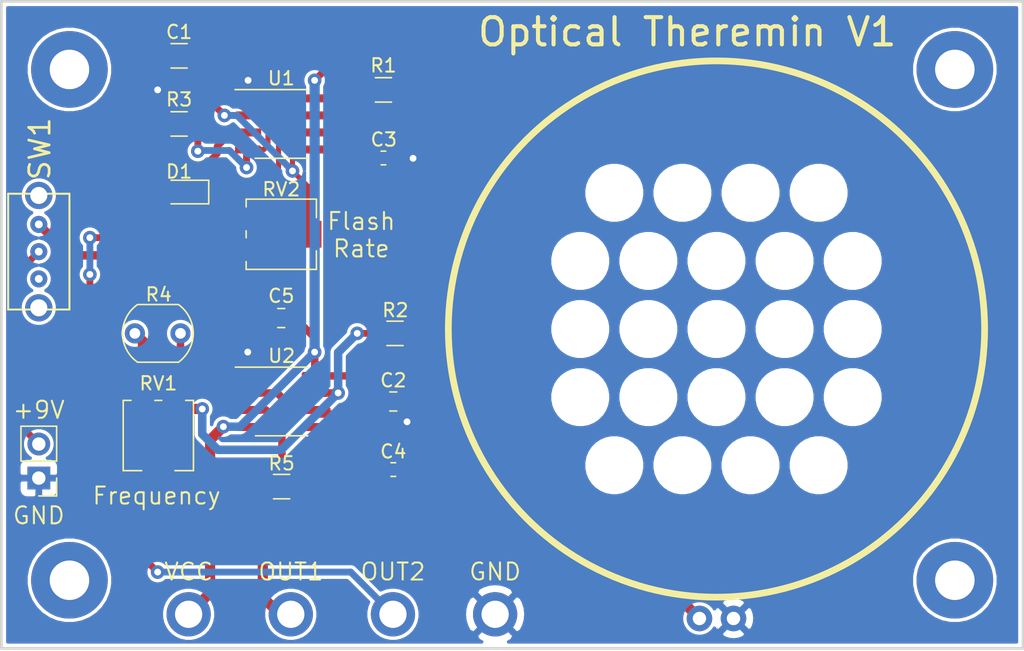
<source format=kicad_pcb>
(kicad_pcb (version 20171130) (host pcbnew "(5.1.5)-3")

  (general
    (thickness 1.6)
    (drawings 13)
    (tracks 160)
    (zones 0)
    (modules 26)
    (nets 15)
  )

  (page A4)
  (layers
    (0 F.Cu signal)
    (31 B.Cu signal)
    (32 B.Adhes user hide)
    (33 F.Adhes user hide)
    (34 B.Paste user hide)
    (35 F.Paste user hide)
    (36 B.SilkS user hide)
    (37 F.SilkS user)
    (38 B.Mask user hide)
    (39 F.Mask user hide)
    (40 Dwgs.User user hide)
    (41 Cmts.User user hide)
    (42 Eco1.User user hide)
    (43 Eco2.User user hide)
    (44 Edge.Cuts user)
    (45 Margin user hide)
    (46 B.CrtYd user hide)
    (47 F.CrtYd user)
    (48 B.Fab user hide)
    (49 F.Fab user hide)
  )

  (setup
    (last_trace_width 0.2032)
    (user_trace_width 0.2032)
    (user_trace_width 0.381)
    (user_trace_width 0.508)
    (trace_clearance 0.2032)
    (zone_clearance 0.381)
    (zone_45_only no)
    (trace_min 0.1524)
    (via_size 1.016)
    (via_drill 0.508)
    (via_min_size 0.6096)
    (via_min_drill 0.3048)
    (user_via 0.635 0.3048)
    (user_via 1.016 0.508)
    (uvia_size 1.016)
    (uvia_drill 0.508)
    (uvias_allowed no)
    (uvia_min_size 0.6096)
    (uvia_min_drill 0.3048)
    (edge_width 0.2)
    (segment_width 0.2)
    (pcb_text_width 0.3)
    (pcb_text_size 1.5 1.5)
    (mod_edge_width 0.15)
    (mod_text_size 1 1)
    (mod_text_width 0.15)
    (pad_size 1.268 1.268)
    (pad_drill 0.76)
    (pad_to_mask_clearance 0.2032)
    (solder_mask_min_width 0.254)
    (aux_axis_origin 0 0)
    (grid_origin 111.633 82.1944)
    (visible_elements 7EFFBE7F)
    (pcbplotparams
      (layerselection 0x010e0_ffffffff)
      (usegerberextensions false)
      (usegerberattributes false)
      (usegerberadvancedattributes false)
      (creategerberjobfile false)
      (excludeedgelayer true)
      (linewidth 0.100000)
      (plotframeref false)
      (viasonmask false)
      (mode 1)
      (useauxorigin false)
      (hpglpennumber 1)
      (hpglpenspeed 20)
      (hpglpendiameter 15.000000)
      (psnegative false)
      (psa4output false)
      (plotreference true)
      (plotvalue true)
      (plotinvisibletext false)
      (padsonsilk false)
      (subtractmaskfromsilk false)
      (outputformat 1)
      (mirror false)
      (drillshape 0)
      (scaleselection 1)
      (outputdirectory "PCB-Order/"))
  )

  (net 0 "")
  (net 1 GND)
  (net 2 "Net-(C1-Pad1)")
  (net 3 "Net-(C2-Pad2)")
  (net 4 "Net-(C3-Pad2)")
  (net 5 "Net-(C4-Pad2)")
  (net 6 OUT1)
  (net 7 "Net-(D1-Pad2)")
  (net 8 "Net-(LS1-Pad1)")
  (net 9 "Net-(R1-Pad1)")
  (net 10 VCC)
  (net 11 "Net-(R2-Pad1)")
  (net 12 "Net-(R4-Pad2)")
  (net 13 OUT2)
  (net 14 "Net-(SW1-Pad2)")

  (net_class Default "This is the default net class."
    (clearance 0.2032)
    (trace_width 0.508)
    (via_dia 1.016)
    (via_drill 0.508)
    (uvia_dia 1.016)
    (uvia_drill 0.508)
    (diff_pair_width 2.54)
    (diff_pair_gap 2.54)
    (add_net GND)
    (add_net "Net-(C1-Pad1)")
    (add_net "Net-(C2-Pad2)")
    (add_net "Net-(C3-Pad2)")
    (add_net "Net-(C4-Pad2)")
    (add_net "Net-(D1-Pad2)")
    (add_net "Net-(LS1-Pad1)")
    (add_net "Net-(R1-Pad1)")
    (add_net "Net-(R2-Pad1)")
    (add_net "Net-(R4-Pad2)")
    (add_net "Net-(SW1-Pad2)")
    (add_net OUT1)
    (add_net OUT2)
    (add_net VCC)
  )

  (module "Rays Footprints:TP-Minigrabber-Edge-Via" (layer F.Cu) (tedit 5EE7D0EA) (tstamp 5EE7C810)
    (at 95.25 116.84)
    (path /5EFE14FB)
    (fp_text reference TP1 (at 0.254 -5.715) (layer F.SilkS) hide
      (effects (font (size 1 1) (thickness 0.15)))
    )
    (fp_text value "EZ Hook Hole" (at 0 -3.81) (layer F.Fab)
      (effects (font (size 1 1) (thickness 0.15)))
    )
    (fp_circle (center 0 0) (end 1.27 1.27) (layer F.CrtYd) (width 0.12))
    (fp_text user "Board Edge" (at 6.35 1.905) (layer F.Fab)
      (effects (font (size 1 1) (thickness 0.15)))
    )
    (fp_line (start -1.905 1.905) (end 1.905 1.905) (layer F.Fab) (width 0.12))
    (pad 1 thru_hole circle (at 0 0) (size 3.302 3.302) (drill 2.032) (layers *.Cu *.Mask)
      (net 10 VCC))
  )

  (module "Rays Footprints:TP-Minigrabber-Edge-Via" (layer F.Cu) (tedit 5EE7D0EA) (tstamp 5EE7C825)
    (at 102.87 116.84)
    (path /5EFFBC2F)
    (fp_text reference TP4 (at 0.254 -5.715) (layer F.SilkS) hide
      (effects (font (size 1 1) (thickness 0.15)))
    )
    (fp_text value "EZ Hook Hole" (at 0 -3.81) (layer F.Fab)
      (effects (font (size 1 1) (thickness 0.15)))
    )
    (fp_circle (center 0 0) (end 1.27 1.27) (layer F.CrtYd) (width 0.12))
    (fp_text user "Board Edge" (at 6.35 1.905) (layer F.Fab)
      (effects (font (size 1 1) (thickness 0.15)))
    )
    (fp_line (start -1.905 1.905) (end 1.905 1.905) (layer F.Fab) (width 0.12))
    (pad 1 thru_hole circle (at 0 0) (size 3.302 3.302) (drill 2.032) (layers *.Cu *.Mask)
      (net 13 OUT2))
  )

  (module "Rays Footprints:TP-Minigrabber-Edge-Via" (layer F.Cu) (tedit 5EE7D0EA) (tstamp 5EE7C81E)
    (at 110.49 116.84)
    (path /5EFFBA34)
    (fp_text reference TP3 (at 0.254 -5.715) (layer F.SilkS) hide
      (effects (font (size 1 1) (thickness 0.15)))
    )
    (fp_text value "EZ Hook Hole" (at 0 -3.81) (layer F.Fab)
      (effects (font (size 1 1) (thickness 0.15)))
    )
    (fp_circle (center 0 0) (end 1.27 1.27) (layer F.CrtYd) (width 0.12))
    (fp_text user "Board Edge" (at 6.35 1.905) (layer F.Fab)
      (effects (font (size 1 1) (thickness 0.15)))
    )
    (fp_line (start -1.905 1.905) (end 1.905 1.905) (layer F.Fab) (width 0.12))
    (pad 1 thru_hole circle (at 0 0) (size 3.302 3.302) (drill 2.032) (layers *.Cu *.Mask)
      (net 6 OUT1))
  )

  (module "Rays Footprints:TP-Minigrabber-Edge-Via" (layer F.Cu) (tedit 5EE7D0EA) (tstamp 5EE7C817)
    (at 118.11 116.84)
    (path /5EFE2840)
    (fp_text reference TP2 (at 0.254 -5.715) (layer F.SilkS) hide
      (effects (font (size 1 1) (thickness 0.15)))
    )
    (fp_text value "EZ Hook Hole" (at 0 -3.81) (layer F.Fab)
      (effects (font (size 1 1) (thickness 0.15)))
    )
    (fp_circle (center 0 0) (end 1.27 1.27) (layer F.CrtYd) (width 0.12))
    (fp_text user "Board Edge" (at 6.35 1.905) (layer F.Fab)
      (effects (font (size 1 1) (thickness 0.15)))
    )
    (fp_line (start -1.905 1.905) (end 1.905 1.905) (layer F.Fab) (width 0.12))
    (pad 1 thru_hole circle (at 0 0) (size 3.302 3.302) (drill 2.032) (layers *.Cu *.Mask)
      (net 1 GND))
  )

  (module "Rays Footprints:Speaker-40mm" (layer F.Cu) (tedit 5EE7D27A) (tstamp 5EE7C74A)
    (at 134.62 95.561001)
    (path /5EF2FAD5)
    (fp_text reference LS1 (at 0 0.5) (layer F.SilkS) hide
      (effects (font (size 1 1) (thickness 0.15)))
    )
    (fp_text value Speaker (at 0 -0.5) (layer F.Fab)
      (effects (font (size 1 1) (thickness 0.15)))
    )
    (fp_circle (center 0 0) (end 0.254 21.59) (layer F.CrtYd) (width 0.12))
    (fp_circle (center 0 0) (end 20 0) (layer F.SilkS) (width 0.5))
    (pad 2 thru_hole circle (at 1.27 21.59) (size 1.905 1.905) (drill 0.999998) (layers *.Cu *.Mask)
      (net 1 GND))
    (pad 1 thru_hole circle (at -1.27 21.59) (size 1.905 1.905) (drill 0.999998) (layers *.Cu *.Mask)
      (net 8 "Net-(LS1-Pad1)"))
    (pad "" np_thru_hole circle (at 7.62 -10.16) (size 3.81 3.81) (drill 3.81) (layers *.Cu *.Mask))
    (pad "" np_thru_hole circle (at 5.08 -5.08) (size 3.81 3.81) (drill 3.81) (layers *.Cu *.Mask))
    (pad "" np_thru_hole circle (at 10.16 -5.08) (size 3.81 3.81) (drill 3.81) (layers *.Cu *.Mask))
    (pad "" np_thru_hole circle (at 5.08 0) (size 3.81 3.81) (drill 3.81) (layers *.Cu *.Mask))
    (pad "" np_thru_hole circle (at 10.16 0) (size 3.81 3.81) (drill 3.81) (layers *.Cu *.Mask))
    (pad "" np_thru_hole circle (at 10.16 5.08) (size 3.81 3.81) (drill 3.81) (layers *.Cu *.Mask))
    (pad "" np_thru_hole circle (at 5.08 5.08) (size 3.81 3.81) (drill 3.81) (layers *.Cu *.Mask))
    (pad "" np_thru_hole circle (at 7.62 10.16) (size 3.81 3.81) (drill 3.81) (layers *.Cu *.Mask))
    (pad "" np_thru_hole circle (at -7.62 10.16) (size 3.81 3.81) (drill 3.81) (layers *.Cu *.Mask))
    (pad "" np_thru_hole circle (at 2.54 10.16) (size 3.81 3.81) (drill 3.81) (layers *.Cu *.Mask))
    (pad "" np_thru_hole circle (at -2.54 10.16) (size 3.81 3.81) (drill 3.81) (layers *.Cu *.Mask))
    (pad "" np_thru_hole circle (at -5.08 5.08) (size 3.81 3.81) (drill 3.81) (layers *.Cu *.Mask))
    (pad "" np_thru_hole circle (at 0 5.08) (size 3.81 3.81) (drill 3.81) (layers *.Cu *.Mask))
    (pad "" np_thru_hole circle (at -10.16 5.08) (size 3.81 3.81) (drill 3.81) (layers *.Cu *.Mask))
    (pad "" np_thru_hole circle (at -5.08 0) (size 3.81 3.81) (drill 3.81) (layers *.Cu *.Mask))
    (pad "" np_thru_hole circle (at -10.16 0) (size 3.81 3.81) (drill 3.81) (layers *.Cu *.Mask))
    (pad "" np_thru_hole circle (at 0 0) (size 3.81 3.81) (drill 3.81) (layers *.Cu *.Mask))
    (pad "" np_thru_hole circle (at -5.08 -5.08) (size 3.81 3.81) (drill 3.81) (layers *.Cu *.Mask))
    (pad "" np_thru_hole circle (at -10.16 -5.08) (size 3.81 3.81) (drill 3.81) (layers *.Cu *.Mask))
    (pad "" np_thru_hole circle (at 0 -5.08) (size 3.81 3.81) (drill 3.81) (layers *.Cu *.Mask))
    (pad "" np_thru_hole circle (at -2.54 -10.16) (size 3.81 3.81) (drill 3.81) (layers *.Cu *.Mask))
    (pad "" np_thru_hole circle (at -7.62 -10.16) (size 3.81 3.81) (drill 3.81) (layers *.Cu *.Mask))
    (pad "" np_thru_hole circle (at 2.54 -10.16) (size 3.81 3.81) (drill 3.81) (layers *.Cu *.Mask))
    (model C:/Users/ray/OneDrive/Projects/kicad/3-3DModels/Speaker-40mm.step
      (at (xyz 0 0 0))
      (scale (xyz 1 1 1))
      (rotate (xyz 0 0 0))
    )
  )

  (module "Rays Footprints:Mount-Hole-#4" (layer F.Cu) (tedit 5DF25AB1) (tstamp 5E99C6AC)
    (at 86.36 114.3)
    (path /5C7BEE0B)
    (fp_text reference MTH1 (at 0 0.5) (layer F.SilkS) hide
      (effects (font (size 1 1) (thickness 0.15)))
    )
    (fp_text value "Mount Hole" (at 1.143 -4.064) (layer F.Fab)
      (effects (font (size 1 1) (thickness 0.15)))
    )
    (fp_circle (center 0 0) (end 2.921 0) (layer F.CrtYd) (width 0.127))
    (pad 1 thru_hole circle (at 0 0) (size 5.715 5.715) (drill 2.9464) (layers *.Cu *.Mask)
      (zone_connect 2))
  )

  (module "Rays Footprints:Mount-Hole-#4" (layer F.Cu) (tedit 5DF25AB1) (tstamp 5E9948EA)
    (at 152.4 76.2)
    (path /5C7C3F39)
    (fp_text reference MTH4 (at 0 0.5) (layer F.SilkS) hide
      (effects (font (size 1 1) (thickness 0.15)))
    )
    (fp_text value "Mount Hole" (at -3.429 -2.54) (layer F.Fab)
      (effects (font (size 1 1) (thickness 0.15)))
    )
    (fp_circle (center 0 0) (end 2.921 0) (layer F.CrtYd) (width 0.127))
    (pad 1 thru_hole circle (at 0 0) (size 5.715 5.715) (drill 2.9464) (layers *.Cu *.Mask)
      (zone_connect 2))
  )

  (module "Rays Footprints:Mount-Hole-#4" (layer F.Cu) (tedit 5DF25AB1) (tstamp 5E3A36EB)
    (at 152.4 114.3)
    (path /5C7C3ED3)
    (fp_text reference MTH2 (at 0 0.5) (layer F.SilkS) hide
      (effects (font (size 1 1) (thickness 0.15)))
    )
    (fp_text value "Mount Hole" (at -2.159 -4.064) (layer F.Fab)
      (effects (font (size 1 1) (thickness 0.15)))
    )
    (fp_circle (center 0 0) (end 2.921 0) (layer F.CrtYd) (width 0.127))
    (pad 1 thru_hole circle (at 0 0) (size 5.715 5.715) (drill 2.9464) (layers *.Cu *.Mask)
      (zone_connect 2))
  )

  (module "Rays Footprints:Mount-Hole-#4" (layer F.Cu) (tedit 5DF25AB1) (tstamp 5E99C6C7)
    (at 86.36 76.2)
    (path /5C7C3E6F)
    (fp_text reference MTH3 (at 0 0.5) (layer F.SilkS) hide
      (effects (font (size 1 1) (thickness 0.15)))
    )
    (fp_text value "Mount Hole" (at 1.143 -2.921) (layer F.Fab)
      (effects (font (size 1 1) (thickness 0.15)))
    )
    (fp_circle (center 0 0) (end 2.921 0) (layer F.CrtYd) (width 0.127))
    (pad 1 thru_hole circle (at 0 0) (size 5.715 5.715) (drill 2.9464) (layers *.Cu *.Mask)
      (zone_connect 2))
  )

  (module "Rays Footprints:C_1206_HandSoldering" (layer F.Cu) (tedit 5E99238A) (tstamp 5EE7C6E3)
    (at 94.5388 75.184 180)
    (descr "Capacitor SMD 1206 (3216 Metric), square (rectangular) end terminal, IPC_7351 nominal with elongated pad for handsoldering. (Body size source: http://www.tortai-tech.com/upload/download/2011102023233369053.pdf), generated with kicad-footprint-generator")
    (tags "capacitor handsolder")
    (path /5EECC96C)
    (attr smd)
    (fp_text reference C1 (at 0 1.778) (layer F.SilkS)
      (effects (font (size 1 1) (thickness 0.15)))
    )
    (fp_text value 10u (at 0 1.82) (layer F.Fab)
      (effects (font (size 1 1) (thickness 0.15)))
    )
    (fp_line (start -1.6 0.8) (end -1.6 -0.8) (layer F.Fab) (width 0.1))
    (fp_line (start -1.6 -0.8) (end 1.6 -0.8) (layer F.Fab) (width 0.1))
    (fp_line (start 1.6 -0.8) (end 1.6 0.8) (layer F.Fab) (width 0.1))
    (fp_line (start 1.6 0.8) (end -1.6 0.8) (layer F.Fab) (width 0.1))
    (fp_line (start -0.602064 -0.91) (end 0.602064 -0.91) (layer F.SilkS) (width 0.12))
    (fp_line (start -0.602064 0.91) (end 0.602064 0.91) (layer F.SilkS) (width 0.12))
    (fp_line (start -2.45 1.12) (end -2.45 -1.12) (layer F.CrtYd) (width 0.05))
    (fp_line (start -2.45 -1.12) (end 2.45 -1.12) (layer F.CrtYd) (width 0.05))
    (fp_line (start 2.45 -1.12) (end 2.45 1.12) (layer F.CrtYd) (width 0.05))
    (fp_line (start 2.45 1.12) (end -2.45 1.12) (layer F.CrtYd) (width 0.05))
    (fp_text user %R (at 0 0) (layer F.Fab)
      (effects (font (size 0.8 0.8) (thickness 0.12)))
    )
    (pad 1 smd roundrect (at -1.5875 0 180) (size 1.625 1.75) (layers F.Cu F.Paste F.Mask) (roundrect_rratio 0.175)
      (net 2 "Net-(C1-Pad1)"))
    (pad 2 smd roundrect (at 1.5875 0 180) (size 1.625 1.75) (layers F.Cu F.Paste F.Mask) (roundrect_rratio 0.175)
      (net 1 GND))
    (model ${KICAD_USER_LIB_DIR}/3-3DModels/C_1206.step
      (at (xyz 0 0 0))
      (scale (xyz 1 1 1))
      (rotate (xyz 0 0 0))
    )
  )

  (module "Rays Footprints:C_0805_HandSoldering" (layer F.Cu) (tedit 5E992383) (tstamp 5EE7C6F4)
    (at 110.5154 100.965 180)
    (descr "Capacitor SMD 0805 (2012 Metric), square (rectangular) end terminal, IPC_7351 nominal with elongated pad for handsoldering. (Body size source: https://docs.google.com/spreadsheets/d/1BsfQQcO9C6DZCsRaXUlFlo91Tg2WpOkGARC1WS5S8t0/edit?usp=sharing), generated with kicad-footprint-generator")
    (tags "capacitor handsolder")
    (path /5EF70326)
    (attr smd)
    (fp_text reference C2 (at 0 1.5748) (layer F.SilkS)
      (effects (font (size 1 1) (thickness 0.15)))
    )
    (fp_text value 0.1u (at 0 1.65) (layer F.Fab)
      (effects (font (size 1 1) (thickness 0.15)))
    )
    (fp_line (start -1 0.6) (end -1 -0.6) (layer F.Fab) (width 0.1))
    (fp_line (start -1 -0.6) (end 1 -0.6) (layer F.Fab) (width 0.1))
    (fp_line (start 1 -0.6) (end 1 0.6) (layer F.Fab) (width 0.1))
    (fp_line (start 1 0.6) (end -1 0.6) (layer F.Fab) (width 0.1))
    (fp_line (start -0.261252 -0.71) (end 0.261252 -0.71) (layer F.SilkS) (width 0.12))
    (fp_line (start -0.261252 0.71) (end 0.261252 0.71) (layer F.SilkS) (width 0.12))
    (fp_line (start -1.85 0.95) (end -1.85 -0.95) (layer F.CrtYd) (width 0.05))
    (fp_line (start -1.85 -0.95) (end 1.85 -0.95) (layer F.CrtYd) (width 0.05))
    (fp_line (start 1.85 -0.95) (end 1.85 0.95) (layer F.CrtYd) (width 0.05))
    (fp_line (start 1.85 0.95) (end -1.85 0.95) (layer F.CrtYd) (width 0.05))
    (fp_text user %R (at 0 0) (layer F.Fab)
      (effects (font (size 0.5 0.5) (thickness 0.08)))
    )
    (pad 1 smd roundrect (at -1.025 0 180) (size 1.15 1.4) (layers F.Cu F.Paste F.Mask) (roundrect_rratio 0.217)
      (net 1 GND))
    (pad 2 smd roundrect (at 1.025 0 180) (size 1.15 1.4) (layers F.Cu F.Paste F.Mask) (roundrect_rratio 0.217)
      (net 3 "Net-(C2-Pad2)"))
    (model ${KICAD_USER_LIB_DIR}/3-3DModels/C_0805.step
      (at (xyz 0 0 0))
      (scale (xyz 1 1 1))
      (rotate (xyz 0 0 0))
    )
  )

  (module "Rays Footprints:D_0805_HandSoldering" (layer F.Cu) (tedit 5EA48884) (tstamp 5EE7C72C)
    (at 94.5388 85.344 180)
    (descr "Resistor SMD 0805, hand soldering")
    (tags "resistor 0805")
    (path /5EEB2C9B)
    (attr smd)
    (fp_text reference D1 (at 0 1.524) (layer F.SilkS)
      (effects (font (size 1 1) (thickness 0.15)))
    )
    (fp_text value LED (at 0 1.75) (layer F.Fab)
      (effects (font (size 1 1) (thickness 0.15)))
    )
    (fp_text user %R (at 0.0762 2.9718) (layer F.Fab)
      (effects (font (size 0.5 0.5) (thickness 0.075)))
    )
    (fp_line (start -1 0.62) (end -1 -0.62) (layer F.Fab) (width 0.1))
    (fp_line (start 0.254 0.381) (end -0.254 0) (layer F.Fab) (width 0.0508))
    (fp_line (start 1 -0.62) (end 1 0.62) (layer F.Fab) (width 0.1))
    (fp_line (start 0.254 0) (end 0.508 0) (layer F.Fab) (width 0.0508))
    (fp_line (start 0.6 0.88) (end -2.2098 0.88) (layer F.SilkS) (width 0.12))
    (fp_line (start -2.2098 -0.88) (end 0.6 -0.88) (layer F.SilkS) (width 0.12))
    (fp_line (start -2.35 -0.9) (end 2.35 -0.9) (layer F.CrtYd) (width 0.05))
    (fp_line (start -2.35 -0.9) (end -2.35 0.9) (layer F.CrtYd) (width 0.05))
    (fp_line (start 2.35 0.9) (end 2.35 -0.9) (layer F.CrtYd) (width 0.05))
    (fp_line (start 2.35 0.9) (end -2.35 0.9) (layer F.CrtYd) (width 0.05))
    (fp_line (start -2.2098 -0.88) (end -2.2098 0.88) (layer F.SilkS) (width 0.12))
    (fp_line (start 0.254 -0.381) (end -0.254 0) (layer F.Fab) (width 0.0508))
    (fp_line (start 0.254 -0.381) (end 0.254 0.381) (layer F.Fab) (width 0.0508))
    (fp_line (start -0.254 -0.381) (end -0.254 0.381) (layer F.Fab) (width 0.0508))
    (fp_line (start -0.508 0) (end -0.254 0) (layer F.Fab) (width 0.0508))
    (pad 1 smd rect (at -1.15 0 180) (size 1.3 1.3) (layers F.Cu F.Paste F.Mask)
      (net 6 OUT1))
    (pad 2 smd rect (at 1.15 0 180) (size 1.3 1.3) (layers F.Cu F.Paste F.Mask)
      (net 7 "Net-(D1-Pad2)"))
    (model ${KICAD_USER_LIB_DIR}/3-3DModels/R_0805.step
      (at (xyz 0 0 0))
      (scale (xyz 1 1 1))
      (rotate (xyz 0 0 0))
    )
  )

  (module "Rays Footprints:R_1206_HandSoldering" (layer F.Cu) (tedit 5B301BBD) (tstamp 5EE7C75B)
    (at 109.7788 77.724)
    (descr "Resistor SMD 1206 (3216 Metric), square (rectangular) end terminal, IPC_7351 nominal, (Body size source: http://www.tortai-tech.com/upload/download/2011102023233369053.pdf), generated with kicad-footprint-generator")
    (tags resistor)
    (path /5F1B9070)
    (attr smd)
    (fp_text reference R1 (at 0 -1.82) (layer F.SilkS)
      (effects (font (size 1 1) (thickness 0.15)))
    )
    (fp_text value 1k (at 0 1.82) (layer F.Fab)
      (effects (font (size 1 1) (thickness 0.15)))
    )
    (fp_line (start -1.6 0.8) (end -1.6 -0.8) (layer F.Fab) (width 0.1))
    (fp_line (start -1.6 -0.8) (end 1.6 -0.8) (layer F.Fab) (width 0.1))
    (fp_line (start 1.6 -0.8) (end 1.6 0.8) (layer F.Fab) (width 0.1))
    (fp_line (start 1.6 0.8) (end -1.6 0.8) (layer F.Fab) (width 0.1))
    (fp_line (start -0.602064 -0.91) (end 0.602064 -0.91) (layer F.SilkS) (width 0.12))
    (fp_line (start -0.602064 0.91) (end 0.602064 0.91) (layer F.SilkS) (width 0.12))
    (fp_line (start -2.28 1.12) (end -2.28 -1.12) (layer F.CrtYd) (width 0.05))
    (fp_line (start -2.28 -1.12) (end 2.28 -1.12) (layer F.CrtYd) (width 0.05))
    (fp_line (start 2.28 -1.12) (end 2.28 1.12) (layer F.CrtYd) (width 0.05))
    (fp_line (start 2.28 1.12) (end -2.28 1.12) (layer F.CrtYd) (width 0.05))
    (fp_text user %R (at 0 0) (layer F.Fab)
      (effects (font (size 0.8 0.8) (thickness 0.12)))
    )
    (pad 1 smd roundrect (at -1.4 0) (size 1.25 1.75) (layers F.Cu F.Paste F.Mask) (roundrect_rratio 0.2)
      (net 9 "Net-(R1-Pad1)"))
    (pad 2 smd roundrect (at 1.4 0) (size 1.25 1.75) (layers F.Cu F.Paste F.Mask) (roundrect_rratio 0.2)
      (net 10 VCC))
    (model ${KISYS3DMOD}/Resistor_SMD.3dshapes/R_1206_3216Metric.wrl
      (at (xyz 0 0 0))
      (scale (xyz 1 1 1))
      (rotate (xyz 0 0 0))
    )
  )

  (module "Rays Footprints:R_1206_HandSoldering" (layer F.Cu) (tedit 5B301BBD) (tstamp 5EE7C76C)
    (at 110.6424 95.885)
    (descr "Resistor SMD 1206 (3216 Metric), square (rectangular) end terminal, IPC_7351 nominal, (Body size source: http://www.tortai-tech.com/upload/download/2011102023233369053.pdf), generated with kicad-footprint-generator")
    (tags resistor)
    (path /5EF65298)
    (attr smd)
    (fp_text reference R2 (at 0.0254 -1.7272) (layer F.SilkS)
      (effects (font (size 1 1) (thickness 0.15)))
    )
    (fp_text value 1k (at 0 1.82) (layer F.Fab)
      (effects (font (size 1 1) (thickness 0.15)))
    )
    (fp_text user %R (at 0 0) (layer F.Fab)
      (effects (font (size 0.8 0.8) (thickness 0.12)))
    )
    (fp_line (start 2.28 1.12) (end -2.28 1.12) (layer F.CrtYd) (width 0.05))
    (fp_line (start 2.28 -1.12) (end 2.28 1.12) (layer F.CrtYd) (width 0.05))
    (fp_line (start -2.28 -1.12) (end 2.28 -1.12) (layer F.CrtYd) (width 0.05))
    (fp_line (start -2.28 1.12) (end -2.28 -1.12) (layer F.CrtYd) (width 0.05))
    (fp_line (start -0.602064 0.91) (end 0.602064 0.91) (layer F.SilkS) (width 0.12))
    (fp_line (start -0.602064 -0.91) (end 0.602064 -0.91) (layer F.SilkS) (width 0.12))
    (fp_line (start 1.6 0.8) (end -1.6 0.8) (layer F.Fab) (width 0.1))
    (fp_line (start 1.6 -0.8) (end 1.6 0.8) (layer F.Fab) (width 0.1))
    (fp_line (start -1.6 -0.8) (end 1.6 -0.8) (layer F.Fab) (width 0.1))
    (fp_line (start -1.6 0.8) (end -1.6 -0.8) (layer F.Fab) (width 0.1))
    (pad 2 smd roundrect (at 1.4 0) (size 1.25 1.75) (layers F.Cu F.Paste F.Mask) (roundrect_rratio 0.2)
      (net 10 VCC))
    (pad 1 smd roundrect (at -1.4 0) (size 1.25 1.75) (layers F.Cu F.Paste F.Mask) (roundrect_rratio 0.2)
      (net 11 "Net-(R2-Pad1)"))
    (model ${KISYS3DMOD}/Resistor_SMD.3dshapes/R_1206_3216Metric.wrl
      (at (xyz 0 0 0))
      (scale (xyz 1 1 1))
      (rotate (xyz 0 0 0))
    )
  )

  (module "Rays Footprints:R_1206_HandSoldering" (layer F.Cu) (tedit 5B301BBD) (tstamp 5EE7C77D)
    (at 94.5388 80.264)
    (descr "Resistor SMD 1206 (3216 Metric), square (rectangular) end terminal, IPC_7351 nominal, (Body size source: http://www.tortai-tech.com/upload/download/2011102023233369053.pdf), generated with kicad-footprint-generator")
    (tags resistor)
    (path /5EEA9AFA)
    (attr smd)
    (fp_text reference R3 (at 0 -1.82) (layer F.SilkS)
      (effects (font (size 1 1) (thickness 0.15)))
    )
    (fp_text value 1k (at 0 1.82) (layer F.Fab)
      (effects (font (size 1 1) (thickness 0.15)))
    )
    (fp_line (start -1.6 0.8) (end -1.6 -0.8) (layer F.Fab) (width 0.1))
    (fp_line (start -1.6 -0.8) (end 1.6 -0.8) (layer F.Fab) (width 0.1))
    (fp_line (start 1.6 -0.8) (end 1.6 0.8) (layer F.Fab) (width 0.1))
    (fp_line (start 1.6 0.8) (end -1.6 0.8) (layer F.Fab) (width 0.1))
    (fp_line (start -0.602064 -0.91) (end 0.602064 -0.91) (layer F.SilkS) (width 0.12))
    (fp_line (start -0.602064 0.91) (end 0.602064 0.91) (layer F.SilkS) (width 0.12))
    (fp_line (start -2.28 1.12) (end -2.28 -1.12) (layer F.CrtYd) (width 0.05))
    (fp_line (start -2.28 -1.12) (end 2.28 -1.12) (layer F.CrtYd) (width 0.05))
    (fp_line (start 2.28 -1.12) (end 2.28 1.12) (layer F.CrtYd) (width 0.05))
    (fp_line (start 2.28 1.12) (end -2.28 1.12) (layer F.CrtYd) (width 0.05))
    (fp_text user %R (at 0 0) (layer F.Fab)
      (effects (font (size 0.8 0.8) (thickness 0.12)))
    )
    (pad 1 smd roundrect (at -1.4 0) (size 1.25 1.75) (layers F.Cu F.Paste F.Mask) (roundrect_rratio 0.2)
      (net 7 "Net-(D1-Pad2)"))
    (pad 2 smd roundrect (at 1.4 0) (size 1.25 1.75) (layers F.Cu F.Paste F.Mask) (roundrect_rratio 0.2)
      (net 10 VCC))
    (model ${KISYS3DMOD}/Resistor_SMD.3dshapes/R_1206_3216Metric.wrl
      (at (xyz 0 0 0))
      (scale (xyz 1 1 1))
      (rotate (xyz 0 0 0))
    )
  )

  (module OptoDevice:R_LDR_5.1x4.3mm_P3.4mm_Vertical (layer F.Cu) (tedit 5B8603DB) (tstamp 5EE7C79D)
    (at 94.6404 95.885 180)
    (descr "Resistor, LDR 5.1x3.4mm, see http://yourduino.com/docs/Photoresistor-5516-datasheet.pdf")
    (tags "Resistor LDR5.1x3.4mm")
    (path /5EFE57AA)
    (fp_text reference R4 (at 1.6256 2.8956) (layer F.SilkS)
      (effects (font (size 1 1) (thickness 0.15)))
    )
    (fp_text value R_PHOTO (at 1.5 3) (layer F.Fab)
      (effects (font (size 1 1) (thickness 0.15)))
    )
    (fp_text user %R (at 1.7 -2.9) (layer F.Fab)
      (effects (font (size 1 1) (thickness 0.15)))
    )
    (fp_line (start 0.15 2.15) (end 3.2 2.15) (layer F.SilkS) (width 0.12))
    (fp_line (start 0.15 -2.15) (end 3.2 -2.15) (layer F.SilkS) (width 0.12))
    (fp_line (start 1 0) (end 2.3 0) (layer F.Fab) (width 0.1))
    (fp_line (start 2.3 0) (end 2.3 -0.6) (layer F.Fab) (width 0.1))
    (fp_line (start 2.3 -0.6) (end 0.8 -0.6) (layer F.Fab) (width 0.1))
    (fp_line (start 2.6 0.6) (end 1 0.6) (layer F.Fab) (width 0.1))
    (fp_line (start 0.8 -1.8) (end 2.6 -1.8) (layer F.Fab) (width 0.1))
    (fp_line (start 2.6 -1.8) (end 2.6 -1.2) (layer F.Fab) (width 0.1))
    (fp_line (start 2.6 -1.2) (end 0.8 -1.2) (layer F.Fab) (width 0.1))
    (fp_line (start 0.8 -1.2) (end 0.8 -0.6) (layer F.Fab) (width 0.1))
    (fp_line (start 1 0) (end 1 0.6) (layer F.Fab) (width 0.1))
    (fp_line (start 2.6 0.6) (end 2.6 1.2) (layer F.Fab) (width 0.1))
    (fp_line (start 2.6 1.2) (end 0.8 1.2) (layer F.Fab) (width 0.1))
    (fp_line (start 0.8 1.2) (end 0.8 1.8) (layer F.Fab) (width 0.1))
    (fp_line (start 0.8 1.8) (end 2.6 1.8) (layer F.Fab) (width 0.1))
    (fp_line (start 3.2 2.1) (end 0.2 2.1) (layer F.Fab) (width 0.1))
    (fp_line (start 0.2 -2.1) (end 3.2 -2.1) (layer F.Fab) (width 0.1))
    (fp_line (start -1.13 -2.35) (end 4.53 -2.35) (layer F.CrtYd) (width 0.05))
    (fp_line (start -1.13 -2.35) (end -1.13 2.35) (layer F.CrtYd) (width 0.05))
    (fp_line (start 4.53 2.35) (end 4.53 -2.35) (layer F.CrtYd) (width 0.05))
    (fp_line (start 4.53 2.35) (end -1.13 2.35) (layer F.CrtYd) (width 0.05))
    (fp_arc (start 1.7 0) (end 0.15 2.15) (angle 109) (layer F.SilkS) (width 0.12))
    (fp_arc (start 1.7 0) (end 3.2 -2.15) (angle 109) (layer F.SilkS) (width 0.12))
    (fp_arc (start 1.7 0) (end 3.2 -2.1) (angle 109) (layer F.Fab) (width 0.1))
    (fp_arc (start 1.7 0) (end 0.2 2.1) (angle 109) (layer F.Fab) (width 0.1))
    (pad 1 thru_hole circle (at 0 0 180) (size 1.5 1.5) (drill 0.8) (layers *.Cu *.Mask)
      (net 3 "Net-(C2-Pad2)"))
    (pad 2 thru_hole circle (at 3.4 0 180) (size 1.5 1.5) (drill 0.8) (layers *.Cu *.Mask)
      (net 12 "Net-(R4-Pad2)"))
    (model ${KISYS3DMOD}/OptoDevice.3dshapes/R_LDR_5.1x4.3mm_P3.4mm_Vertical.wrl
      (at (xyz 0 0 0))
      (scale (xyz 1 1 1))
      (rotate (xyz 0 0 0))
    )
  )

  (module Package_SO:SOIC-8_3.9x4.9mm_P1.27mm (layer F.Cu) (tedit 5D9F72B1) (tstamp 5EE7CF15)
    (at 102.1588 80.264)
    (descr "SOIC, 8 Pin (JEDEC MS-012AA, https://www.analog.com/media/en/package-pcb-resources/package/pkg_pdf/soic_narrow-r/r_8.pdf), generated with kicad-footprint-generator ipc_gullwing_generator.py")
    (tags "SOIC SO")
    (path /5EE98C1B)
    (attr smd)
    (fp_text reference U1 (at 0 -3.4) (layer F.SilkS)
      (effects (font (size 1 1) (thickness 0.15)))
    )
    (fp_text value LM555 (at 0 3.4) (layer F.Fab)
      (effects (font (size 1 1) (thickness 0.15)))
    )
    (fp_text user %R (at 0 0) (layer F.Fab)
      (effects (font (size 0.98 0.98) (thickness 0.15)))
    )
    (fp_line (start 3.7 -2.7) (end -3.7 -2.7) (layer F.CrtYd) (width 0.05))
    (fp_line (start 3.7 2.7) (end 3.7 -2.7) (layer F.CrtYd) (width 0.05))
    (fp_line (start -3.7 2.7) (end 3.7 2.7) (layer F.CrtYd) (width 0.05))
    (fp_line (start -3.7 -2.7) (end -3.7 2.7) (layer F.CrtYd) (width 0.05))
    (fp_line (start -1.95 -1.475) (end -0.975 -2.45) (layer F.Fab) (width 0.1))
    (fp_line (start -1.95 2.45) (end -1.95 -1.475) (layer F.Fab) (width 0.1))
    (fp_line (start 1.95 2.45) (end -1.95 2.45) (layer F.Fab) (width 0.1))
    (fp_line (start 1.95 -2.45) (end 1.95 2.45) (layer F.Fab) (width 0.1))
    (fp_line (start -0.975 -2.45) (end 1.95 -2.45) (layer F.Fab) (width 0.1))
    (fp_line (start 0 -2.56) (end -3.45 -2.56) (layer F.SilkS) (width 0.12))
    (fp_line (start 0 -2.56) (end 1.95 -2.56) (layer F.SilkS) (width 0.12))
    (fp_line (start 0 2.56) (end -1.95 2.56) (layer F.SilkS) (width 0.12))
    (fp_line (start 0 2.56) (end 1.95 2.56) (layer F.SilkS) (width 0.12))
    (pad 8 smd roundrect (at 2.475 -1.905) (size 1.95 0.6) (layers F.Cu F.Paste F.Mask) (roundrect_rratio 0.25)
      (net 10 VCC))
    (pad 7 smd roundrect (at 2.475 -0.635) (size 1.95 0.6) (layers F.Cu F.Paste F.Mask) (roundrect_rratio 0.25)
      (net 9 "Net-(R1-Pad1)"))
    (pad 6 smd roundrect (at 2.475 0.635) (size 1.95 0.6) (layers F.Cu F.Paste F.Mask) (roundrect_rratio 0.25)
      (net 2 "Net-(C1-Pad1)"))
    (pad 5 smd roundrect (at 2.475 1.905) (size 1.95 0.6) (layers F.Cu F.Paste F.Mask) (roundrect_rratio 0.25)
      (net 4 "Net-(C3-Pad2)"))
    (pad 4 smd roundrect (at -2.475 1.905) (size 1.95 0.6) (layers F.Cu F.Paste F.Mask) (roundrect_rratio 0.25)
      (net 10 VCC))
    (pad 3 smd roundrect (at -2.475 0.635) (size 1.95 0.6) (layers F.Cu F.Paste F.Mask) (roundrect_rratio 0.25)
      (net 6 OUT1))
    (pad 2 smd roundrect (at -2.475 -0.635) (size 1.95 0.6) (layers F.Cu F.Paste F.Mask) (roundrect_rratio 0.25)
      (net 2 "Net-(C1-Pad1)"))
    (pad 1 smd roundrect (at -2.475 -1.905) (size 1.95 0.6) (layers F.Cu F.Paste F.Mask) (roundrect_rratio 0.25)
      (net 1 GND))
    (model ${KISYS3DMOD}/Package_SO.3dshapes/SOIC-8_3.9x4.9mm_P1.27mm.wrl
      (at (xyz 0 0 0))
      (scale (xyz 1 1 1))
      (rotate (xyz 0 0 0))
    )
  )

  (module Package_SO:SOIC-8_3.9x4.9mm_P1.27mm (layer F.Cu) (tedit 5D9F72B1) (tstamp 5EE7C859)
    (at 102.1842 100.965)
    (descr "SOIC, 8 Pin (JEDEC MS-012AA, https://www.analog.com/media/en/package-pcb-resources/package/pkg_pdf/soic_narrow-r/r_8.pdf), generated with kicad-footprint-generator ipc_gullwing_generator.py")
    (tags "SOIC SO")
    (path /5EF652B6)
    (attr smd)
    (fp_text reference U2 (at 0 -3.4) (layer F.SilkS)
      (effects (font (size 1 1) (thickness 0.15)))
    )
    (fp_text value LM555 (at 0 3.4) (layer F.Fab)
      (effects (font (size 1 1) (thickness 0.15)))
    )
    (fp_line (start 0 2.56) (end 1.95 2.56) (layer F.SilkS) (width 0.12))
    (fp_line (start 0 2.56) (end -1.95 2.56) (layer F.SilkS) (width 0.12))
    (fp_line (start 0 -2.56) (end 1.95 -2.56) (layer F.SilkS) (width 0.12))
    (fp_line (start 0 -2.56) (end -3.45 -2.56) (layer F.SilkS) (width 0.12))
    (fp_line (start -0.975 -2.45) (end 1.95 -2.45) (layer F.Fab) (width 0.1))
    (fp_line (start 1.95 -2.45) (end 1.95 2.45) (layer F.Fab) (width 0.1))
    (fp_line (start 1.95 2.45) (end -1.95 2.45) (layer F.Fab) (width 0.1))
    (fp_line (start -1.95 2.45) (end -1.95 -1.475) (layer F.Fab) (width 0.1))
    (fp_line (start -1.95 -1.475) (end -0.975 -2.45) (layer F.Fab) (width 0.1))
    (fp_line (start -3.7 -2.7) (end -3.7 2.7) (layer F.CrtYd) (width 0.05))
    (fp_line (start -3.7 2.7) (end 3.7 2.7) (layer F.CrtYd) (width 0.05))
    (fp_line (start 3.7 2.7) (end 3.7 -2.7) (layer F.CrtYd) (width 0.05))
    (fp_line (start 3.7 -2.7) (end -3.7 -2.7) (layer F.CrtYd) (width 0.05))
    (fp_text user %R (at 0 0) (layer F.Fab)
      (effects (font (size 0.98 0.98) (thickness 0.15)))
    )
    (pad 1 smd roundrect (at -2.475 -1.905) (size 1.95 0.6) (layers F.Cu F.Paste F.Mask) (roundrect_rratio 0.25)
      (net 1 GND))
    (pad 2 smd roundrect (at -2.475 -0.635) (size 1.95 0.6) (layers F.Cu F.Paste F.Mask) (roundrect_rratio 0.25)
      (net 3 "Net-(C2-Pad2)"))
    (pad 3 smd roundrect (at -2.475 0.635) (size 1.95 0.6) (layers F.Cu F.Paste F.Mask) (roundrect_rratio 0.25)
      (net 13 OUT2))
    (pad 4 smd roundrect (at -2.475 1.905) (size 1.95 0.6) (layers F.Cu F.Paste F.Mask) (roundrect_rratio 0.25)
      (net 10 VCC))
    (pad 5 smd roundrect (at 2.475 1.905) (size 1.95 0.6) (layers F.Cu F.Paste F.Mask) (roundrect_rratio 0.25)
      (net 5 "Net-(C4-Pad2)"))
    (pad 6 smd roundrect (at 2.475 0.635) (size 1.95 0.6) (layers F.Cu F.Paste F.Mask) (roundrect_rratio 0.25)
      (net 3 "Net-(C2-Pad2)"))
    (pad 7 smd roundrect (at 2.475 -0.635) (size 1.95 0.6) (layers F.Cu F.Paste F.Mask) (roundrect_rratio 0.25)
      (net 11 "Net-(R2-Pad1)"))
    (pad 8 smd roundrect (at 2.475 -1.905) (size 1.95 0.6) (layers F.Cu F.Paste F.Mask) (roundrect_rratio 0.25)
      (net 10 VCC))
    (model ${KISYS3DMOD}/Package_SO.3dshapes/SOIC-8_3.9x4.9mm_P1.27mm.wrl
      (at (xyz 0 0 0))
      (scale (xyz 1 1 1))
      (rotate (xyz 0 0 0))
    )
  )

  (module "Rays Footprints:C_0805_HandSoldering" (layer F.Cu) (tedit 5E992383) (tstamp 5EE7F4BE)
    (at 102.1588 94.742)
    (descr "Capacitor SMD 0805 (2012 Metric), square (rectangular) end terminal, IPC_7351 nominal with elongated pad for handsoldering. (Body size source: https://docs.google.com/spreadsheets/d/1BsfQQcO9C6DZCsRaXUlFlo91Tg2WpOkGARC1WS5S8t0/edit?usp=sharing), generated with kicad-footprint-generator")
    (tags "capacitor handsolder")
    (path /5F04EC08)
    (attr smd)
    (fp_text reference C5 (at 0 -1.65) (layer F.SilkS)
      (effects (font (size 1 1) (thickness 0.15)))
    )
    (fp_text value 0.1u (at 0 1.65) (layer F.Fab)
      (effects (font (size 1 1) (thickness 0.15)))
    )
    (fp_line (start -1 0.6) (end -1 -0.6) (layer F.Fab) (width 0.1))
    (fp_line (start -1 -0.6) (end 1 -0.6) (layer F.Fab) (width 0.1))
    (fp_line (start 1 -0.6) (end 1 0.6) (layer F.Fab) (width 0.1))
    (fp_line (start 1 0.6) (end -1 0.6) (layer F.Fab) (width 0.1))
    (fp_line (start -0.261252 -0.71) (end 0.261252 -0.71) (layer F.SilkS) (width 0.12))
    (fp_line (start -0.261252 0.71) (end 0.261252 0.71) (layer F.SilkS) (width 0.12))
    (fp_line (start -1.85 0.95) (end -1.85 -0.95) (layer F.CrtYd) (width 0.05))
    (fp_line (start -1.85 -0.95) (end 1.85 -0.95) (layer F.CrtYd) (width 0.05))
    (fp_line (start 1.85 -0.95) (end 1.85 0.95) (layer F.CrtYd) (width 0.05))
    (fp_line (start 1.85 0.95) (end -1.85 0.95) (layer F.CrtYd) (width 0.05))
    (fp_text user %R (at 0 0) (layer F.Fab)
      (effects (font (size 0.5 0.5) (thickness 0.08)))
    )
    (pad 1 smd roundrect (at -1.025 0) (size 1.15 1.4) (layers F.Cu F.Paste F.Mask) (roundrect_rratio 0.217)
      (net 1 GND))
    (pad 2 smd roundrect (at 1.025 0) (size 1.15 1.4) (layers F.Cu F.Paste F.Mask) (roundrect_rratio 0.217)
      (net 10 VCC))
    (model ${KICAD_USER_LIB_DIR}/3-3DModels/C_0805.step
      (at (xyz 0 0 0))
      (scale (xyz 1 1 1))
      (rotate (xyz 0 0 0))
    )
  )

  (module Connector_PinHeader_2.54mm:PinHeader_1x02_P2.54mm_Vertical (layer F.Cu) (tedit 59FED5CC) (tstamp 5EE824B6)
    (at 84.074 106.68 180)
    (descr "Through hole straight pin header, 1x02, 2.54mm pitch, single row")
    (tags "Through hole pin header THT 1x02 2.54mm single row")
    (path /5F079BA9)
    (fp_text reference TP5 (at 0 0.21) (layer F.SilkS) hide
      (effects (font (size 1 1) (thickness 0.15)))
    )
    (fp_text value "9V Battery" (at 0 4.87) (layer F.Fab)
      (effects (font (size 1 1) (thickness 0.15)))
    )
    (fp_line (start -0.635 -1.27) (end 1.27 -1.27) (layer F.Fab) (width 0.1))
    (fp_line (start 1.27 -1.27) (end 1.27 3.81) (layer F.Fab) (width 0.1))
    (fp_line (start 1.27 3.81) (end -1.27 3.81) (layer F.Fab) (width 0.1))
    (fp_line (start -1.27 3.81) (end -1.27 -0.635) (layer F.Fab) (width 0.1))
    (fp_line (start -1.27 -0.635) (end -0.635 -1.27) (layer F.Fab) (width 0.1))
    (fp_line (start -1.33 3.87) (end 1.33 3.87) (layer F.SilkS) (width 0.12))
    (fp_line (start -1.33 1.27) (end -1.33 3.87) (layer F.SilkS) (width 0.12))
    (fp_line (start 1.33 1.27) (end 1.33 3.87) (layer F.SilkS) (width 0.12))
    (fp_line (start -1.33 1.27) (end 1.33 1.27) (layer F.SilkS) (width 0.12))
    (fp_line (start -1.33 0) (end -1.33 -1.33) (layer F.SilkS) (width 0.12))
    (fp_line (start -1.33 -1.33) (end 0 -1.33) (layer F.SilkS) (width 0.12))
    (fp_line (start -1.8 -1.8) (end -1.8 4.35) (layer F.CrtYd) (width 0.05))
    (fp_line (start -1.8 4.35) (end 1.8 4.35) (layer F.CrtYd) (width 0.05))
    (fp_line (start 1.8 4.35) (end 1.8 -1.8) (layer F.CrtYd) (width 0.05))
    (fp_line (start 1.8 -1.8) (end -1.8 -1.8) (layer F.CrtYd) (width 0.05))
    (fp_text user %R (at 0 1.27 90) (layer F.Fab)
      (effects (font (size 1 1) (thickness 0.15)))
    )
    (pad 1 thru_hole rect (at 0 0 180) (size 1.7 1.7) (drill 1) (layers *.Cu *.Mask)
      (net 1 GND))
    (pad 2 thru_hole oval (at 0 2.54 180) (size 1.7 1.7) (drill 1) (layers *.Cu *.Mask)
      (net 14 "Net-(SW1-Pad2)"))
    (model ${KISYS3DMOD}/Connector_PinHeader_2.54mm.3dshapes/PinHeader_1x02_P2.54mm_Vertical.wrl
      (at (xyz 0 0 0))
      (scale (xyz 1 1 1))
      (rotate (xyz 0 0 0))
    )
  )

  (module "Rays Footprints:Potentiometer_Vishay_TS53YJ_Vertical" (layer F.Cu) (tedit 5EE7CACE) (tstamp 5EE8830D)
    (at 92.9894 103.505 90)
    (descr "Potentiometer, vertical, Vishay TS53YJ, https://www.vishay.com/docs/51008/ts53.pdf")
    (tags "Potentiometer vertical Vishay TS53YJ")
    (path /5EF652AC)
    (attr smd)
    (fp_text reference RV1 (at 3.8862 0 180) (layer F.SilkS)
      (effects (font (size 1 1) (thickness 0.15)))
    )
    (fp_text value 100k (at 0 3.75 90) (layer F.Fab)
      (effects (font (size 1 1) (thickness 0.15)))
    )
    (fp_circle (center 0 0) (end 1.15 0) (layer F.Fab) (width 0.1))
    (fp_line (start -2.5 -2.5) (end -2.5 2.5) (layer F.Fab) (width 0.1))
    (fp_line (start -2.5 2.5) (end 2.5 2.5) (layer F.Fab) (width 0.1))
    (fp_line (start 2.5 2.5) (end 2.5 -2.5) (layer F.Fab) (width 0.1))
    (fp_line (start 2.5 -2.5) (end -2.5 -2.5) (layer F.Fab) (width 0.1))
    (fp_line (start -0.92 -0.058) (end -0.058 -0.058) (layer F.Fab) (width 0.1))
    (fp_line (start -0.058 -0.058) (end -0.058 -0.92) (layer F.Fab) (width 0.1))
    (fp_line (start -0.058 -0.92) (end 0.058 -0.92) (layer F.Fab) (width 0.1))
    (fp_line (start 0.058 -0.92) (end 0.058 -0.058) (layer F.Fab) (width 0.1))
    (fp_line (start 0.058 -0.058) (end 0.92 -0.058) (layer F.Fab) (width 0.1))
    (fp_line (start 0.92 -0.058) (end 0.92 0.058) (layer F.Fab) (width 0.1))
    (fp_line (start 0.92 0.058) (end 0.058 0.058) (layer F.Fab) (width 0.1))
    (fp_line (start 0.058 0.058) (end 0.058 0.92) (layer F.Fab) (width 0.1))
    (fp_line (start 0.058 0.92) (end -0.058 0.92) (layer F.Fab) (width 0.1))
    (fp_line (start -0.058 0.92) (end -0.058 0.058) (layer F.Fab) (width 0.1))
    (fp_line (start -0.058 0.058) (end -0.92 0.058) (layer F.Fab) (width 0.1))
    (fp_line (start -0.92 0.058) (end -0.92 -0.058) (layer F.Fab) (width 0.1))
    (fp_line (start -2.62 -2.62) (end 2.62 -2.62) (layer F.SilkS) (width 0.12))
    (fp_line (start -2.62 2.62) (end 2.62 2.62) (layer F.SilkS) (width 0.12))
    (fp_line (start -2.62 -2.62) (end -2.62 -1.24) (layer F.SilkS) (width 0.12))
    (fp_line (start -2.62 1.24) (end -2.62 2.62) (layer F.SilkS) (width 0.12))
    (fp_line (start 2.62 -2.62) (end 2.62 -2.039) (layer F.SilkS) (width 0.12))
    (fp_line (start 2.62 -0.26) (end 2.62 0.26) (layer F.SilkS) (width 0.12))
    (fp_line (start 2.62 2.04) (end 2.62 2.62) (layer F.SilkS) (width 0.12))
    (fp_line (start -3.25 -2.75) (end -3.25 2.75) (layer F.CrtYd) (width 0.05))
    (fp_line (start -3.25 2.75) (end 3.25 2.75) (layer F.CrtYd) (width 0.05))
    (fp_line (start 3.25 2.75) (end 3.25 -2.75) (layer F.CrtYd) (width 0.05))
    (fp_line (start 3.25 -2.75) (end -3.25 -2.75) (layer F.CrtYd) (width 0.05))
    (fp_text user %R (at 0 -2 90) (layer F.Fab)
      (effects (font (size 0.68 0.68) (thickness 0.15)))
    )
    (pad 1 smd rect (at 2 -1.15 90) (size 2 1.3) (layers F.Cu F.Paste F.Mask)
      (net 12 "Net-(R4-Pad2)"))
    (pad 2 smd rect (at -2 0 90) (size 2 2) (layers F.Cu F.Paste F.Mask)
      (net 12 "Net-(R4-Pad2)"))
    (pad 3 smd rect (at 2 1.15 90) (size 2 1.3) (layers F.Cu F.Paste F.Mask)
      (net 11 "Net-(R2-Pad1)"))
    (model C:/Users/ray/OneDrive/Projects/kicad/3-3DModels/Resistor-Trimmer-3p8mmx2p6mm.stp
      (at (xyz 0 0 0))
      (scale (xyz 1 1 1))
      (rotate (xyz -90 0 90))
    )
  )

  (module "Rays Footprints:Potentiometer_Vishay_TS53YJ_Vertical" (layer F.Cu) (tedit 5EE7CACE) (tstamp 5EE88330)
    (at 102.1588 88.4936 180)
    (descr "Potentiometer, vertical, Vishay TS53YJ, https://www.vishay.com/docs/51008/ts53.pdf")
    (tags "Potentiometer vertical Vishay TS53YJ")
    (path /5EE91D28)
    (attr smd)
    (fp_text reference RV2 (at 0 3.3528) (layer F.SilkS)
      (effects (font (size 1 1) (thickness 0.15)))
    )
    (fp_text value 100k (at 0 3.75) (layer F.Fab)
      (effects (font (size 1 1) (thickness 0.15)))
    )
    (fp_text user %R (at 0 -2) (layer F.Fab)
      (effects (font (size 0.68 0.68) (thickness 0.15)))
    )
    (fp_line (start 3.25 -2.75) (end -3.25 -2.75) (layer F.CrtYd) (width 0.05))
    (fp_line (start 3.25 2.75) (end 3.25 -2.75) (layer F.CrtYd) (width 0.05))
    (fp_line (start -3.25 2.75) (end 3.25 2.75) (layer F.CrtYd) (width 0.05))
    (fp_line (start -3.25 -2.75) (end -3.25 2.75) (layer F.CrtYd) (width 0.05))
    (fp_line (start 2.62 2.04) (end 2.62 2.62) (layer F.SilkS) (width 0.12))
    (fp_line (start 2.62 -0.26) (end 2.62 0.26) (layer F.SilkS) (width 0.12))
    (fp_line (start 2.62 -2.62) (end 2.62 -2.039) (layer F.SilkS) (width 0.12))
    (fp_line (start -2.62 1.24) (end -2.62 2.62) (layer F.SilkS) (width 0.12))
    (fp_line (start -2.62 -2.62) (end -2.62 -1.24) (layer F.SilkS) (width 0.12))
    (fp_line (start -2.62 2.62) (end 2.62 2.62) (layer F.SilkS) (width 0.12))
    (fp_line (start -2.62 -2.62) (end 2.62 -2.62) (layer F.SilkS) (width 0.12))
    (fp_line (start -0.92 0.058) (end -0.92 -0.058) (layer F.Fab) (width 0.1))
    (fp_line (start -0.058 0.058) (end -0.92 0.058) (layer F.Fab) (width 0.1))
    (fp_line (start -0.058 0.92) (end -0.058 0.058) (layer F.Fab) (width 0.1))
    (fp_line (start 0.058 0.92) (end -0.058 0.92) (layer F.Fab) (width 0.1))
    (fp_line (start 0.058 0.058) (end 0.058 0.92) (layer F.Fab) (width 0.1))
    (fp_line (start 0.92 0.058) (end 0.058 0.058) (layer F.Fab) (width 0.1))
    (fp_line (start 0.92 -0.058) (end 0.92 0.058) (layer F.Fab) (width 0.1))
    (fp_line (start 0.058 -0.058) (end 0.92 -0.058) (layer F.Fab) (width 0.1))
    (fp_line (start 0.058 -0.92) (end 0.058 -0.058) (layer F.Fab) (width 0.1))
    (fp_line (start -0.058 -0.92) (end 0.058 -0.92) (layer F.Fab) (width 0.1))
    (fp_line (start -0.058 -0.058) (end -0.058 -0.92) (layer F.Fab) (width 0.1))
    (fp_line (start -0.92 -0.058) (end -0.058 -0.058) (layer F.Fab) (width 0.1))
    (fp_line (start 2.5 -2.5) (end -2.5 -2.5) (layer F.Fab) (width 0.1))
    (fp_line (start 2.5 2.5) (end 2.5 -2.5) (layer F.Fab) (width 0.1))
    (fp_line (start -2.5 2.5) (end 2.5 2.5) (layer F.Fab) (width 0.1))
    (fp_line (start -2.5 -2.5) (end -2.5 2.5) (layer F.Fab) (width 0.1))
    (fp_circle (center 0 0) (end 1.15 0) (layer F.Fab) (width 0.1))
    (pad 3 smd rect (at 2 1.15 180) (size 2 1.3) (layers F.Cu F.Paste F.Mask)
      (net 9 "Net-(R1-Pad1)"))
    (pad 2 smd rect (at -2 0 180) (size 2 2) (layers F.Cu F.Paste F.Mask)
      (net 2 "Net-(C1-Pad1)"))
    (pad 1 smd rect (at 2 -1.15 180) (size 2 1.3) (layers F.Cu F.Paste F.Mask)
      (net 2 "Net-(C1-Pad1)"))
    (model C:/Users/ray/OneDrive/Projects/kicad/3-3DModels/Resistor-Trimmer-3p8mmx2p6mm.stp
      (at (xyz 0 0 0))
      (scale (xyz 1 1 1))
      (rotate (xyz -90 0 90))
    )
  )

  (module "Rays Footprints:C_0603_HandSoldering" (layer F.Cu) (tedit 5E952776) (tstamp 5EE8A8B7)
    (at 109.7788 82.804 180)
    (descr "Capacitor SMD 0603 (1608 Metric), square (rectangular) end terminal, IPC_7351 nominal with elongated pad for handsoldering. (Body size source: http://www.tortai-tech.com/upload/download/2011102023233369053.pdf), generated with kicad-footprint-generator")
    (tags "capacitor handsolder")
    (path /5EF0390D)
    (attr smd)
    (fp_text reference C3 (at -0.0254 1.3716) (layer F.SilkS)
      (effects (font (size 1 1) (thickness 0.15)))
    )
    (fp_text value 0.01u (at 0 1.43) (layer F.Fab)
      (effects (font (size 1 1) (thickness 0.15)))
    )
    (fp_line (start -0.8 0.4) (end -0.8 -0.4) (layer F.Fab) (width 0.1))
    (fp_line (start -0.8 -0.4) (end 0.8 -0.4) (layer F.Fab) (width 0.1))
    (fp_line (start 0.8 -0.4) (end 0.8 0.4) (layer F.Fab) (width 0.1))
    (fp_line (start 0.8 0.4) (end -0.8 0.4) (layer F.Fab) (width 0.1))
    (fp_line (start -0.171267 -0.51) (end 0.171267 -0.51) (layer F.SilkS) (width 0.12))
    (fp_line (start -0.171267 0.51) (end 0.171267 0.51) (layer F.SilkS) (width 0.12))
    (fp_line (start -1.65 0.73) (end -1.65 -0.73) (layer F.CrtYd) (width 0.05))
    (fp_line (start -1.65 -0.73) (end 1.65 -0.73) (layer F.CrtYd) (width 0.05))
    (fp_line (start 1.65 -0.73) (end 1.65 0.73) (layer F.CrtYd) (width 0.05))
    (fp_line (start 1.65 0.73) (end -1.65 0.73) (layer F.CrtYd) (width 0.05))
    (fp_text user %R (at 0 0) (layer F.Fab)
      (effects (font (size 0.4 0.4) (thickness 0.06)))
    )
    (pad 1 smd roundrect (at -0.875 0 180) (size 1.05 0.95) (layers F.Cu F.Paste F.Mask) (roundrect_rratio 0.25)
      (net 1 GND))
    (pad 2 smd roundrect (at 0.875 0 180) (size 1.05 0.95) (layers F.Cu F.Paste F.Mask) (roundrect_rratio 0.25)
      (net 4 "Net-(C3-Pad2)"))
    (model ${KICAD_USER_LIB_DIR}/3-3DModels/C_0603.step
      (at (xyz 0 0 0))
      (scale (xyz 1 1 1))
      (rotate (xyz 0 0 0))
    )
  )

  (module "Rays Footprints:C_0603_HandSoldering" (layer F.Cu) (tedit 5E952776) (tstamp 5EE8A8C7)
    (at 110.5154 106.045 180)
    (descr "Capacitor SMD 0603 (1608 Metric), square (rectangular) end terminal, IPC_7351 nominal with elongated pad for handsoldering. (Body size source: http://www.tortai-tech.com/upload/download/2011102023233369053.pdf), generated with kicad-footprint-generator")
    (tags "capacitor handsolder")
    (path /5EF652FD)
    (attr smd)
    (fp_text reference C4 (at 0 1.3462) (layer F.SilkS)
      (effects (font (size 1 1) (thickness 0.15)))
    )
    (fp_text value 0.01u (at 0 1.43) (layer F.Fab)
      (effects (font (size 1 1) (thickness 0.15)))
    )
    (fp_text user %R (at 0 0) (layer F.Fab)
      (effects (font (size 0.4 0.4) (thickness 0.06)))
    )
    (fp_line (start 1.65 0.73) (end -1.65 0.73) (layer F.CrtYd) (width 0.05))
    (fp_line (start 1.65 -0.73) (end 1.65 0.73) (layer F.CrtYd) (width 0.05))
    (fp_line (start -1.65 -0.73) (end 1.65 -0.73) (layer F.CrtYd) (width 0.05))
    (fp_line (start -1.65 0.73) (end -1.65 -0.73) (layer F.CrtYd) (width 0.05))
    (fp_line (start -0.171267 0.51) (end 0.171267 0.51) (layer F.SilkS) (width 0.12))
    (fp_line (start -0.171267 -0.51) (end 0.171267 -0.51) (layer F.SilkS) (width 0.12))
    (fp_line (start 0.8 0.4) (end -0.8 0.4) (layer F.Fab) (width 0.1))
    (fp_line (start 0.8 -0.4) (end 0.8 0.4) (layer F.Fab) (width 0.1))
    (fp_line (start -0.8 -0.4) (end 0.8 -0.4) (layer F.Fab) (width 0.1))
    (fp_line (start -0.8 0.4) (end -0.8 -0.4) (layer F.Fab) (width 0.1))
    (pad 2 smd roundrect (at 0.875 0 180) (size 1.05 0.95) (layers F.Cu F.Paste F.Mask) (roundrect_rratio 0.25)
      (net 5 "Net-(C4-Pad2)"))
    (pad 1 smd roundrect (at -0.875 0 180) (size 1.05 0.95) (layers F.Cu F.Paste F.Mask) (roundrect_rratio 0.25)
      (net 1 GND))
    (model ${KICAD_USER_LIB_DIR}/3-3DModels/C_0603.step
      (at (xyz 0 0 0))
      (scale (xyz 1 1 1))
      (rotate (xyz 0 0 0))
    )
  )

  (module "Rays Footprints:R_1206_HandSoldering" (layer F.Cu) (tedit 5B301BBD) (tstamp 5EE8A8E7)
    (at 102.1842 107.315 180)
    (descr "Resistor SMD 1206 (3216 Metric), square (rectangular) end terminal, IPC_7351 nominal, (Body size source: http://www.tortai-tech.com/upload/download/2011102023233369053.pdf), generated with kicad-footprint-generator")
    (tags resistor)
    (path /5F0883C8)
    (attr smd)
    (fp_text reference R5 (at 0 1.7272) (layer F.SilkS)
      (effects (font (size 1 1) (thickness 0.15)))
    )
    (fp_text value 100 (at 0 1.82) (layer F.Fab)
      (effects (font (size 1 1) (thickness 0.15)))
    )
    (fp_line (start -1.6 0.8) (end -1.6 -0.8) (layer F.Fab) (width 0.1))
    (fp_line (start -1.6 -0.8) (end 1.6 -0.8) (layer F.Fab) (width 0.1))
    (fp_line (start 1.6 -0.8) (end 1.6 0.8) (layer F.Fab) (width 0.1))
    (fp_line (start 1.6 0.8) (end -1.6 0.8) (layer F.Fab) (width 0.1))
    (fp_line (start -0.602064 -0.91) (end 0.602064 -0.91) (layer F.SilkS) (width 0.12))
    (fp_line (start -0.602064 0.91) (end 0.602064 0.91) (layer F.SilkS) (width 0.12))
    (fp_line (start -2.28 1.12) (end -2.28 -1.12) (layer F.CrtYd) (width 0.05))
    (fp_line (start -2.28 -1.12) (end 2.28 -1.12) (layer F.CrtYd) (width 0.05))
    (fp_line (start 2.28 -1.12) (end 2.28 1.12) (layer F.CrtYd) (width 0.05))
    (fp_line (start 2.28 1.12) (end -2.28 1.12) (layer F.CrtYd) (width 0.05))
    (fp_text user %R (at 0 0) (layer F.Fab)
      (effects (font (size 0.8 0.8) (thickness 0.12)))
    )
    (pad 1 smd roundrect (at -1.4 0 180) (size 1.25 1.75) (layers F.Cu F.Paste F.Mask) (roundrect_rratio 0.2)
      (net 8 "Net-(LS1-Pad1)"))
    (pad 2 smd roundrect (at 1.4 0 180) (size 1.25 1.75) (layers F.Cu F.Paste F.Mask) (roundrect_rratio 0.2)
      (net 13 OUT2))
    (model ${KISYS3DMOD}/Resistor_SMD.3dshapes/R_1206_3216Metric.wrl
      (at (xyz 0 0 0))
      (scale (xyz 1 1 1))
      (rotate (xyz 0 0 0))
    )
  )

  (module "Rays Footprints:KM-SPDT-Slide" (layer F.Cu) (tedit 5EA49895) (tstamp 5EE91294)
    (at 84.074 89.789 90)
    (path /5F08AE04)
    (fp_text reference SW1 (at 7.6708 0.0762 90) (layer F.SilkS)
      (effects (font (size 1.524 1.524) (thickness 0.2032)))
    )
    (fp_text value SW_SPDT (at 0 4.572 90) (layer F.Fab)
      (effects (font (size 1 1) (thickness 0.15)))
    )
    (fp_line (start -4.318 -2.286) (end 4.318 -2.286) (layer F.SilkS) (width 0.15))
    (fp_line (start 4.318 -2.286) (end 4.318 2.286) (layer F.SilkS) (width 0.15))
    (fp_line (start 4.318 2.286) (end -4.318 2.286) (layer F.SilkS) (width 0.15))
    (fp_line (start -4.318 2.286) (end -4.318 -2.286) (layer F.SilkS) (width 0.15))
    (fp_line (start -4.572 -2.54) (end 4.572 -2.54) (layer F.CrtYd) (width 0.15))
    (fp_line (start 4.572 -2.54) (end 4.572 2.54) (layer F.CrtYd) (width 0.15))
    (fp_line (start 4.572 2.54) (end -4.572 2.54) (layer F.CrtYd) (width 0.15))
    (fp_line (start -4.572 2.54) (end -4.572 -2.54) (layer F.CrtYd) (width 0.15))
    (pad 1 thru_hole circle (at -2.032 0 90) (size 1.27 1.27) (drill 0.5842) (layers *.Cu *.Mask))
    (pad 2 thru_hole circle (at 0 0 90) (size 1.27 1.27) (drill 0.5842) (layers *.Cu *.Mask)
      (net 14 "Net-(SW1-Pad2)"))
    (pad 3 thru_hole circle (at 2.032 0 90) (size 1.27 1.27) (drill 0.5842) (layers *.Cu *.Mask)
      (net 10 VCC))
    (pad 4 thru_hole circle (at -4.191 0 90) (size 2.032 2.032) (drill 1.27) (layers *.Cu *.Mask))
    (pad 4 thru_hole circle (at 4.191 0 90) (size 2.032 2.032) (drill 1.27) (layers *.Cu *.Mask))
    (model C:/Users/ray/OneDrive/Projects/kicad/3-3DModels/KM-SPDT-Slide.stp
      (offset (xyz 0 0 4.216400000000001))
      (scale (xyz 1 1 1))
      (rotate (xyz -90 0 0))
    )
  )

  (gr_text GND (at 118.11 113.665) (layer F.SilkS) (tstamp 5EE7EA2D)
    (effects (font (size 1.27 1.27) (thickness 0.1524)))
  )
  (gr_text OUT2 (at 110.49 113.665) (layer F.SilkS) (tstamp 5EE7EA29)
    (effects (font (size 1.27 1.27) (thickness 0.1524)))
  )
  (gr_text OUT1 (at 102.87 113.665) (layer F.SilkS) (tstamp 5EE7EA26)
    (effects (font (size 1.27 1.27) (thickness 0.1524)))
  )
  (gr_text VCC (at 95.25 113.665) (layer F.SilkS) (tstamp 5E999764)
    (effects (font (size 1.27 1.27) (thickness 0.1524)))
  )
  (gr_text Frequency (at 92.8624 108.0008) (layer F.SilkS) (tstamp 5EE888AB)
    (effects (font (size 1.27 1.27) (thickness 0.1524)))
  )
  (gr_text "Flash\nRate" (at 108.1278 88.5444) (layer F.SilkS) (tstamp 5EE88602)
    (effects (font (size 1.27 1.27) (thickness 0.1524)))
  )
  (gr_text +9V (at 84.074 101.6) (layer F.SilkS) (tstamp 5EE8263B)
    (effects (font (size 1.27 1.27) (thickness 0.1524)))
  )
  (gr_text GND (at 84.074 109.474) (layer F.SilkS) (tstamp 5EE825E1)
    (effects (font (size 1.27 1.27) (thickness 0.1524)))
  )
  (gr_text "Optical Theremin V1" (at 132.4356 73.406) (layer F.SilkS) (tstamp 5E39DC1E)
    (effects (font (size 2.032 2.032) (thickness 0.3048)))
  )
  (gr_line (start 157.48 71.12) (end 81.28 71.12) (layer Edge.Cuts) (width 0.2) (tstamp 5E03EFC9))
  (gr_line (start 157.48 119.38) (end 157.48 71.12) (layer Edge.Cuts) (width 0.2) (tstamp 5E03EF72))
  (gr_line (start 81.28 119.38) (end 157.48 119.38) (layer Edge.Cuts) (width 0.2) (tstamp 5E03EF75))
  (gr_line (start 81.28 71.12) (end 81.28 119.38) (layer Edge.Cuts) (width 0.2) (tstamp 5E03EF69))

  (segment (start 99.6584 99.0346) (end 99.6584 97.0168) (width 0.5588) (layer F.Cu) (net 1) (status 10))
  (via (at 99.6584 97.282) (size 1.016) (drill 0.508) (layers F.Cu B.Cu) (net 1) (tstamp 5EE7FE71))
  (segment (start 99.6584 97.0168) (end 99.6584 97.270798) (width 0.508) (layer F.Cu) (net 1))
  (segment (start 111.9632 82.8548) (end 111.9886 82.8294) (width 0.508) (layer F.Cu) (net 1))
  (segment (start 110.6538 82.8548) (end 111.9632 82.8548) (width 0.508) (layer F.Cu) (net 1) (status 10))
  (via (at 111.9886 82.8294) (size 1.016) (drill 0.508) (layers F.Cu B.Cu) (net 1))
  (via (at 92.9386 77.724) (size 1.016) (drill 0.508) (layers F.Cu B.Cu) (net 1))
  (segment (start 92.9513 77.7113) (end 92.9386 77.724) (width 0.508) (layer F.Cu) (net 1))
  (segment (start 92.9513 75.184) (end 92.9513 77.7113) (width 0.508) (layer F.Cu) (net 1) (status 10))
  (segment (start 99.6584 96.2174) (end 101.1338 94.742) (width 0.5588) (layer F.Cu) (net 1) (status 20))
  (segment (start 99.6584 97.270798) (end 99.6584 96.2174) (width 0.5588) (layer F.Cu) (net 1))
  (via (at 99.6838 77.012796) (size 1.016) (drill 0.508) (layers F.Cu B.Cu) (net 1))
  (segment (start 99.6838 78.359) (end 99.6838 77.012796) (width 0.508) (layer F.Cu) (net 1) (status 10))
  (via (at 111.5404 102.479998) (size 1.016) (drill 0.508) (layers F.Cu B.Cu) (net 1))
  (segment (start 111.5404 102.479998) (end 111.5404 100.9396) (width 0.635) (layer F.Cu) (net 1) (status 20))
  (segment (start 111.5404 105.895) (end 111.5404 102.479998) (width 0.635) (layer F.Cu) (net 1) (status 10))
  (segment (start 111.3904 106.045) (end 111.5404 105.895) (width 0.635) (layer F.Cu) (net 1) (status 30))
  (via (at 104.648 97.282) (size 1.016) (drill 0.508) (layers F.Cu B.Cu) (net 10) (tstamp 5EE7FE74))
  (via (at 102.997 83.769196) (size 1.016) (drill 0.508) (layers F.Cu B.Cu) (net 2))
  (via (at 97.918308 79.629) (size 1.016) (drill 0.508) (layers F.Cu B.Cu) (net 2))
  (segment (start 96.1263 75.184) (end 96.1263 77.836992) (width 0.508) (layer F.Cu) (net 2) (status 10))
  (segment (start 99.5822 79.629) (end 97.918308 79.629) (width 0.508) (layer F.Cu) (net 2) (status 10))
  (segment (start 96.1263 77.836992) (end 97.918308 79.629) (width 0.508) (layer F.Cu) (net 2))
  (segment (start 102.997 83.050776) (end 102.997 83.769196) (width 0.381) (layer F.Cu) (net 2))
  (segment (start 102.997 81.6624) (end 102.997 83.050776) (width 0.381) (layer F.Cu) (net 2))
  (segment (start 103.7604 80.899) (end 102.997 81.6624) (width 0.381) (layer F.Cu) (net 2) (status 10))
  (segment (start 104.6338 81.0006) (end 104.5322 80.899) (width 0.381) (layer F.Cu) (net 2) (status 30))
  (segment (start 104.5322 80.899) (end 103.7604 80.899) (width 0.381) (layer F.Cu) (net 2) (status 30))
  (segment (start 98.856804 79.629) (end 97.918308 79.629) (width 0.508) (layer B.Cu) (net 2))
  (segment (start 102.997 83.769196) (end 98.856804 79.629) (width 0.508) (layer B.Cu) (net 2))
  (segment (start 103.0088 89.6436) (end 104.1588 88.4936) (width 0.2032) (layer F.Cu) (net 2))
  (segment (start 100.1588 89.6436) (end 103.0088 89.6436) (width 0.2032) (layer F.Cu) (net 2))
  (segment (start 104.1588 84.930996) (end 102.997 83.769196) (width 0.381) (layer F.Cu) (net 2))
  (segment (start 104.1588 88.4936) (end 104.1588 84.930996) (width 0.381) (layer F.Cu) (net 2))
  (segment (start 105.5834 101.5746) (end 104.6084 101.5746) (width 0.508) (layer F.Cu) (net 3) (status 30))
  (segment (start 109.4904 100.9396) (end 108.53 101.9) (width 0.5588) (layer F.Cu) (net 3) (status 10))
  (segment (start 108.53 101.9) (end 104.9592 101.9) (width 0.5588) (layer F.Cu) (net 3))
  (segment (start 104.9592 101.9) (end 104.6592 101.6) (width 0.5588) (layer F.Cu) (net 3) (status 20))
  (segment (start 104.583 101.6) (end 104.6084 101.5746) (width 0.5588) (layer F.Cu) (net 3))
  (segment (start 94.6404 97.3074) (end 97.663 100.33) (width 0.5588) (layer F.Cu) (net 3))
  (segment (start 97.663 100.33) (end 101.854 100.33) (width 0.5588) (layer F.Cu) (net 3))
  (segment (start 94.6404 95.885) (end 94.6404 97.3074) (width 0.5588) (layer F.Cu) (net 3))
  (segment (start 101.854 100.33) (end 103.124 101.6) (width 0.5588) (layer F.Cu) (net 3))
  (segment (start 103.124 101.6) (end 104.583 101.6) (width 0.5588) (layer F.Cu) (net 3))
  (segment (start 108.9038 82.804) (end 108.9038 82.8548) (width 0.508) (layer F.Cu) (net 4) (status 30))
  (segment (start 104.7354 82.169) (end 108.2688 82.169) (width 0.508) (layer F.Cu) (net 4) (status 10))
  (segment (start 108.2688 82.169) (end 108.9038 82.804) (width 0.508) (layer F.Cu) (net 4) (status 20))
  (segment (start 104.6338 102.8446) (end 104.6084 102.8446) (width 0.508) (layer F.Cu) (net 5) (status 30))
  (segment (start 104.6592 102.87) (end 104.6338 102.8446) (width 0.508) (layer F.Cu) (net 5) (status 30))
  (segment (start 108.2548 102.8446) (end 105.5834 102.8446) (width 0.5588) (layer F.Cu) (net 5) (status 20))
  (segment (start 109.6404 106.045) (end 109.6404 104.2302) (width 0.5588) (layer F.Cu) (net 5) (status 10))
  (segment (start 109.6404 104.2302) (end 108.2548 102.8446) (width 0.5588) (layer F.Cu) (net 5))
  (via (at 87.884 91.4908) (size 1.016) (drill 0.508) (layers F.Cu B.Cu) (net 6))
  (via (at 92.9386 113.6904) (size 1.016) (drill 0.508) (layers F.Cu B.Cu) (net 6))
  (segment (start 108.839001 115.189001) (end 110.49 116.84) (width 0.508) (layer B.Cu) (net 6) (status 20))
  (segment (start 92.9386 113.6904) (end 107.3404 113.6904) (width 0.508) (layer B.Cu) (net 6))
  (segment (start 107.3404 113.6904) (end 108.839001 115.189001) (width 0.508) (layer B.Cu) (net 6))
  (segment (start 95.6888 84.1686) (end 95.6888 85.344) (width 0.508) (layer F.Cu) (net 6) (status 20))
  (segment (start 98.425 80.899) (end 97.3836 81.9404) (width 0.508) (layer F.Cu) (net 6))
  (segment (start 97.3836 81.9404) (end 97.3836 82.4738) (width 0.508) (layer F.Cu) (net 6))
  (segment (start 99.5822 80.899) (end 98.425 80.899) (width 0.508) (layer F.Cu) (net 6) (status 10))
  (segment (start 97.3836 82.4738) (end 95.6888 84.1686) (width 0.508) (layer F.Cu) (net 6))
  (via (at 87.884 88.7476) (size 1.016) (drill 0.508) (layers F.Cu B.Cu) (net 6))
  (segment (start 93.4432 88.7476) (end 87.884 88.7476) (width 0.508) (layer F.Cu) (net 6))
  (segment (start 95.6888 85.344) (end 95.6888 86.502) (width 0.508) (layer F.Cu) (net 6) (status 10))
  (segment (start 95.6888 86.502) (end 93.4432 88.7476) (width 0.508) (layer F.Cu) (net 6))
  (segment (start 87.884 88.7476) (end 87.884 91.4908) (width 0.508) (layer B.Cu) (net 6))
  (segment (start 87.884 108.6358) (end 92.9386 113.6904) (width 0.508) (layer F.Cu) (net 6))
  (segment (start 87.884 91.4908) (end 87.884 108.6358) (width 0.508) (layer F.Cu) (net 6))
  (segment (start 93.1388 82.9026) (end 93.1388 80.6196) (width 0.508) (layer F.Cu) (net 7) (status 20))
  (segment (start 93.3888 85.217) (end 93.3888 83.1526) (width 0.508) (layer F.Cu) (net 7) (status 10))
  (segment (start 93.3888 83.1526) (end 93.1388 82.9026) (width 0.508) (layer F.Cu) (net 7))
  (segment (start 108.7912 111.1758) (end 127.374799 111.1758) (width 0.762) (layer F.Cu) (net 8))
  (segment (start 127.374799 111.1758) (end 133.35 117.151001) (width 0.762) (layer F.Cu) (net 8) (status 20))
  (segment (start 103.5842 107.315) (end 104.9304 107.315) (width 0.762) (layer F.Cu) (net 8) (status 10))
  (segment (start 104.9304 107.315) (end 108.7912 111.1758) (width 0.762) (layer F.Cu) (net 8))
  (segment (start 108.3788 78.9716) (end 108.3788 77.724) (width 0.508) (layer F.Cu) (net 9) (status 20))
  (segment (start 104.7354 79.629) (end 107.7214 79.629) (width 0.508) (layer F.Cu) (net 9) (status 10))
  (segment (start 107.7214 79.629) (end 108.3788 78.9716) (width 0.508) (layer F.Cu) (net 9))
  (segment (start 101.9556 85.5468) (end 100.1588 87.3436) (width 0.381) (layer F.Cu) (net 9))
  (segment (start 101.9556 81.3562) (end 101.9556 85.5468) (width 0.381) (layer F.Cu) (net 9))
  (segment (start 104.6338 79.629) (end 103.6828 79.629) (width 0.381) (layer F.Cu) (net 9))
  (segment (start 103.6828 79.629) (end 101.9556 81.3562) (width 0.381) (layer F.Cu) (net 9))
  (via (at 97.8408 102.8446) (size 1.016) (drill 0.508) (layers F.Cu B.Cu) (net 10))
  (segment (start 99.6584 102.8446) (end 97.8408 102.8446) (width 0.508) (layer F.Cu) (net 10) (status 10))
  (via (at 95.9358 82.296) (size 1.016) (drill 0.508) (layers F.Cu B.Cu) (net 10))
  (segment (start 95.9388 82.293) (end 95.9358 82.296) (width 0.508) (layer F.Cu) (net 10))
  (segment (start 95.9388 80.6196) (end 95.9388 82.293) (width 0.508) (layer F.Cu) (net 10) (status 10))
  (segment (start 103.4034 78.359) (end 101.1682 80.5942) (width 0.381) (layer F.Cu) (net 10))
  (segment (start 104.6338 78.359) (end 103.4034 78.359) (width 0.381) (layer F.Cu) (net 10) (status 10))
  (segment (start 101.1682 80.5942) (end 101.1682 81.8642) (width 0.381) (layer F.Cu) (net 10))
  (segment (start 101.1682 81.8642) (end 100.8634 82.169) (width 0.381) (layer F.Cu) (net 10))
  (segment (start 100.8634 82.169) (end 99.7854 82.169) (width 0.381) (layer F.Cu) (net 10) (status 20))
  (segment (start 99.5822 82.2706) (end 99.568 82.2848) (width 0.508) (layer F.Cu) (net 10) (status 30))
  (via (at 99.568 83.5152) (size 1.016) (drill 0.508) (layers F.Cu B.Cu) (net 10))
  (segment (start 99.568 82.2848) (end 99.568 82.79678) (width 0.508) (layer F.Cu) (net 10) (status 10))
  (segment (start 99.568 82.79678) (end 99.568 83.5152) (width 0.508) (layer F.Cu) (net 10))
  (segment (start 98.298 82.2452) (end 99.568 83.5152) (width 0.508) (layer B.Cu) (net 10))
  (segment (start 95.9358 82.296) (end 95.9866 82.2452) (width 0.508) (layer B.Cu) (net 10))
  (segment (start 95.9866 82.2452) (end 98.298 82.2452) (width 0.508) (layer B.Cu) (net 10))
  (segment (start 112.017 97.8632) (end 112.0424 97.8886) (width 0.5588) (layer F.Cu) (net 10))
  (segment (start 112.017 96.517) (end 112.017 97.8632) (width 0.5588) (layer F.Cu) (net 10) (status 10))
  (segment (start 110.871 99.06) (end 104.6592 99.06) (width 0.5588) (layer F.Cu) (net 10) (status 20))
  (segment (start 112.0424 97.8886) (end 110.871 99.06) (width 0.5588) (layer F.Cu) (net 10))
  (segment (start 96.8502 103.8352) (end 97.8408 102.8446) (width 0.762) (layer F.Cu) (net 10))
  (segment (start 95.25 116.84) (end 96.8502 115.2398) (width 0.762) (layer F.Cu) (net 10) (status 10))
  (segment (start 96.8502 115.2398) (end 96.8502 103.8352) (width 0.762) (layer F.Cu) (net 10))
  (segment (start 96.8756 103.8098) (end 97.8408 102.8446) (width 0.762) (layer F.Cu) (net 10))
  (segment (start 99.0854 102.8446) (end 97.8408 102.8446) (width 0.635) (layer B.Cu) (net 10))
  (segment (start 104.5718 97.296198) (end 104.5718 97.3582) (width 0.635) (layer B.Cu) (net 10))
  (segment (start 104.5718 97.3582) (end 99.0854 102.8446) (width 0.635) (layer B.Cu) (net 10))
  (segment (start 104.6592 96.2174) (end 103.1838 94.742) (width 0.5588) (layer F.Cu) (net 10) (status 20))
  (segment (start 104.6592 99.06) (end 104.6592 96.2174) (width 0.5588) (layer F.Cu) (net 10) (status 10))
  (segment (start 104.6338 78.359) (end 104.6338 77.027) (width 0.508) (layer F.Cu) (net 10) (status 10))
  (segment (start 104.6338 77.027) (end 104.648 77.0128) (width 0.508) (layer F.Cu) (net 10))
  (via (at 104.648 77.0128) (size 1.016) (drill 0.508) (layers F.Cu B.Cu) (net 10))
  (segment (start 104.648 97.282) (end 104.648 77.0128) (width 0.762) (layer B.Cu) (net 10))
  (segment (start 110.5806 76.2508) (end 105.41 76.2508) (width 0.508) (layer F.Cu) (net 10))
  (segment (start 111.1788 77.724) (end 111.1788 76.849) (width 0.508) (layer F.Cu) (net 10) (status 30))
  (segment (start 105.155999 76.504801) (end 104.648 77.0128) (width 0.508) (layer F.Cu) (net 10))
  (segment (start 105.41 76.2508) (end 105.155999 76.504801) (width 0.508) (layer F.Cu) (net 10))
  (segment (start 111.1788 76.849) (end 110.5806 76.2508) (width 0.508) (layer F.Cu) (net 10) (status 10))
  (segment (start 86.3854 90.0684) (end 84.074 87.757) (width 0.635) (layer F.Cu) (net 10) (status 20))
  (segment (start 103.1838 93.79739) (end 102.09641 92.71) (width 0.635) (layer F.Cu) (net 10))
  (segment (start 89.0016 90.0684) (end 86.3854 90.0684) (width 0.635) (layer F.Cu) (net 10))
  (segment (start 103.1838 94.742) (end 103.1838 93.79739) (width 0.635) (layer F.Cu) (net 10) (status 10))
  (segment (start 91.6432 92.71) (end 89.0016 90.0684) (width 0.635) (layer F.Cu) (net 10))
  (segment (start 102.09641 92.71) (end 91.6432 92.71) (width 0.635) (layer F.Cu) (net 10))
  (via (at 96.266 101.5238) (size 1.016) (drill 0.508) (layers F.Cu B.Cu) (net 11))
  (via (at 106.4006 100.33) (size 1.016) (drill 0.508) (layers F.Cu B.Cu) (net 11))
  (segment (start 104.6338 100.33) (end 106.4006 100.33) (width 0.5588) (layer F.Cu) (net 11) (status 10))
  (segment (start 104.6084 100.3046) (end 104.6338 100.33) (width 0.5588) (layer F.Cu) (net 11) (status 30))
  (via (at 107.822982 95.885) (size 1.016) (drill 0.508) (layers F.Cu B.Cu) (net 11))
  (segment (start 109.2424 95.885) (end 107.822982 95.885) (width 0.508) (layer F.Cu) (net 11) (status 10))
  (segment (start 106.4006 97.307382) (end 107.822982 95.885) (width 0.635) (layer B.Cu) (net 11))
  (segment (start 106.4006 100.33) (end 106.4006 97.307382) (width 0.635) (layer B.Cu) (net 11))
  (segment (start 94.1582 101.5238) (end 96.266 101.5238) (width 0.762) (layer F.Cu) (net 11))
  (segment (start 94.1394 101.505) (end 94.1582 101.5238) (width 0.762) (layer F.Cu) (net 11))
  (segment (start 102.1588 104.5718) (end 106.4006 100.33) (width 0.635) (layer B.Cu) (net 11))
  (segment (start 97.4344 104.5718) (end 102.1588 104.5718) (width 0.635) (layer B.Cu) (net 11))
  (segment (start 96.266 101.5238) (end 96.266 103.4034) (width 0.635) (layer B.Cu) (net 11))
  (segment (start 96.266 103.4034) (end 97.4344 104.5718) (width 0.635) (layer B.Cu) (net 11))
  (segment (start 91.8394 96.484) (end 91.2404 95.885) (width 0.762) (layer F.Cu) (net 12))
  (segment (start 91.8394 101.505) (end 91.8394 96.484) (width 0.762) (layer F.Cu) (net 12))
  (segment (start 92.6926 105.2082) (end 92.9894 105.2082) (width 0.2032) (layer F.Cu) (net 12))
  (segment (start 91.8394 104.355) (end 92.9894 105.505) (width 0.635) (layer F.Cu) (net 12))
  (segment (start 91.8394 101.505) (end 91.8394 104.355) (width 0.635) (layer F.Cu) (net 12))
  (segment (start 99.6838 101.6) (end 101.0158 101.6) (width 0.5588) (layer F.Cu) (net 13) (status 10))
  (segment (start 99.6584 101.5746) (end 99.6838 101.6) (width 0.5588) (layer F.Cu) (net 13) (status 30))
  (segment (start 100.9396 107.315) (end 100.7842 107.315) (width 0.5588) (layer F.Cu) (net 13) (status 30))
  (segment (start 101.0158 101.6) (end 102.2096 102.7938) (width 0.5588) (layer F.Cu) (net 13))
  (segment (start 102.2096 102.7938) (end 102.2096 106.045) (width 0.5588) (layer F.Cu) (net 13))
  (segment (start 102.2096 106.045) (end 100.9396 107.315) (width 0.5588) (layer F.Cu) (net 13) (status 20))
  (segment (start 102.0572 116.84) (end 102.87 116.84) (width 0.762) (layer F.Cu) (net 13) (status 30))
  (segment (start 100.7842 107.315) (end 100.7842 115.567) (width 0.762) (layer F.Cu) (net 13) (status 10))
  (segment (start 100.7842 115.567) (end 102.0572 116.84) (width 0.762) (layer F.Cu) (net 13) (status 20))
  (segment (start 82.7786 102.8446) (end 84.074 104.14) (width 0.508) (layer F.Cu) (net 14) (status 20))
  (segment (start 82.2452 102.3112) (end 82.7786 102.8446) (width 0.508) (layer F.Cu) (net 14))
  (segment (start 84.074 89.789) (end 82.2452 91.6178) (width 0.508) (layer F.Cu) (net 14) (status 10))
  (segment (start 82.2452 91.6178) (end 82.2452 102.3112) (width 0.508) (layer F.Cu) (net 14))

  (zone (net 1) (net_name GND) (layer B.Cu) (tstamp 5E9681D7) (hatch edge 0.508)
    (connect_pads thru_hole_only (clearance 0.254))
    (min_thickness 0.254)
    (fill yes (arc_segments 32) (thermal_gap 0.508) (thermal_bridge_width 0.508))
    (polygon
      (pts
        (xy 157.48 119.38) (xy 81.28 119.38) (xy 81.28 71.12) (xy 157.48 71.12)
      )
    )
    (filled_polygon
      (pts
        (xy 156.999 118.899) (xy 119.114339 118.899) (xy 119.355368 118.770167) (xy 119.529542 118.439147) (xy 118.11 117.019605)
        (xy 116.690458 118.439147) (xy 116.864632 118.770167) (xy 117.115253 118.899) (xy 81.761 118.899) (xy 81.761 113.981036)
        (xy 83.1215 113.981036) (xy 83.1215 114.618964) (xy 83.245953 115.244636) (xy 83.490078 115.834005) (xy 83.844493 116.364424)
        (xy 84.295576 116.815507) (xy 84.825995 117.169922) (xy 85.415364 117.414047) (xy 86.041036 117.5385) (xy 86.678964 117.5385)
        (xy 87.304636 117.414047) (xy 87.894005 117.169922) (xy 88.424424 116.815507) (xy 88.600066 116.639865) (xy 93.218 116.639865)
        (xy 93.218 117.040135) (xy 93.296089 117.432713) (xy 93.449265 117.802513) (xy 93.671643 118.135325) (xy 93.954675 118.418357)
        (xy 94.287487 118.640735) (xy 94.657287 118.793911) (xy 95.049865 118.872) (xy 95.450135 118.872) (xy 95.842713 118.793911)
        (xy 96.212513 118.640735) (xy 96.545325 118.418357) (xy 96.828357 118.135325) (xy 97.050735 117.802513) (xy 97.203911 117.432713)
        (xy 97.282 117.040135) (xy 97.282 116.639865) (xy 100.838 116.639865) (xy 100.838 117.040135) (xy 100.916089 117.432713)
        (xy 101.069265 117.802513) (xy 101.291643 118.135325) (xy 101.574675 118.418357) (xy 101.907487 118.640735) (xy 102.277287 118.793911)
        (xy 102.669865 118.872) (xy 103.070135 118.872) (xy 103.462713 118.793911) (xy 103.832513 118.640735) (xy 104.165325 118.418357)
        (xy 104.448357 118.135325) (xy 104.670735 117.802513) (xy 104.823911 117.432713) (xy 104.902 117.040135) (xy 104.902 116.639865)
        (xy 104.823911 116.247287) (xy 104.670735 115.877487) (xy 104.448357 115.544675) (xy 104.165325 115.261643) (xy 103.832513 115.039265)
        (xy 103.462713 114.886089) (xy 103.070135 114.808) (xy 102.669865 114.808) (xy 102.277287 114.886089) (xy 101.907487 115.039265)
        (xy 101.574675 115.261643) (xy 101.291643 115.544675) (xy 101.069265 115.877487) (xy 100.916089 116.247287) (xy 100.838 116.639865)
        (xy 97.282 116.639865) (xy 97.203911 116.247287) (xy 97.050735 115.877487) (xy 96.828357 115.544675) (xy 96.545325 115.261643)
        (xy 96.212513 115.039265) (xy 95.842713 114.886089) (xy 95.450135 114.808) (xy 95.049865 114.808) (xy 94.657287 114.886089)
        (xy 94.287487 115.039265) (xy 93.954675 115.261643) (xy 93.671643 115.544675) (xy 93.449265 115.877487) (xy 93.296089 116.247287)
        (xy 93.218 116.639865) (xy 88.600066 116.639865) (xy 88.875507 116.364424) (xy 89.229922 115.834005) (xy 89.474047 115.244636)
        (xy 89.5985 114.618964) (xy 89.5985 113.981036) (xy 89.523273 113.602841) (xy 92.0496 113.602841) (xy 92.0496 113.777959)
        (xy 92.083764 113.949712) (xy 92.150779 114.111499) (xy 92.248069 114.257104) (xy 92.371896 114.380931) (xy 92.517501 114.478221)
        (xy 92.679288 114.545236) (xy 92.851041 114.5794) (xy 93.026159 114.5794) (xy 93.197912 114.545236) (xy 93.359699 114.478221)
        (xy 93.505304 114.380931) (xy 93.560835 114.3254) (xy 107.077376 114.3254) (xy 108.412044 115.660069) (xy 108.412049 115.660073)
        (xy 108.671749 115.919774) (xy 108.536089 116.247287) (xy 108.458 116.639865) (xy 108.458 117.040135) (xy 108.536089 117.432713)
        (xy 108.689265 117.802513) (xy 108.911643 118.135325) (xy 109.194675 118.418357) (xy 109.527487 118.640735) (xy 109.897287 118.793911)
        (xy 110.289865 118.872) (xy 110.690135 118.872) (xy 111.082713 118.793911) (xy 111.452513 118.640735) (xy 111.785325 118.418357)
        (xy 112.068357 118.135325) (xy 112.290735 117.802513) (xy 112.443911 117.432713) (xy 112.522 117.040135) (xy 112.522 116.876857)
        (xy 115.813234 116.876857) (xy 115.864557 117.324225) (xy 116.00217 117.752985) (xy 116.179833 118.085368) (xy 116.510853 118.259542)
        (xy 117.930395 116.84) (xy 118.289605 116.84) (xy 119.709147 118.259542) (xy 120.040167 118.085368) (xy 120.246039 117.684882)
        (xy 120.369824 117.251928) (xy 120.388943 117.019663) (xy 132.0165 117.019663) (xy 132.0165 117.282339) (xy 132.067746 117.539969)
        (xy 132.168268 117.78265) (xy 132.314203 118.001058) (xy 132.499943 118.186798) (xy 132.718351 118.332733) (xy 132.961032 118.433255)
        (xy 133.218662 118.484501) (xy 133.481338 118.484501) (xy 133.738968 118.433255) (xy 133.981649 118.332733) (xy 134.101672 118.252536)
        (xy 134.96807 118.252536) (xy 135.058098 118.512082) (xy 135.339616 118.648225) (xy 135.642286 118.72683) (xy 135.954474 118.744878)
        (xy 136.264185 118.701673) (xy 136.559516 118.598878) (xy 136.721902 118.512082) (xy 136.81193 118.252536) (xy 135.89 117.330606)
        (xy 134.96807 118.252536) (xy 134.101672 118.252536) (xy 134.200057 118.186798) (xy 134.385797 118.001058) (xy 134.470703 117.873987)
        (xy 134.528919 117.982903) (xy 134.788465 118.072931) (xy 135.710395 117.151001) (xy 136.069605 117.151001) (xy 136.991535 118.072931)
        (xy 137.251081 117.982903) (xy 137.387224 117.701385) (xy 137.465829 117.398715) (xy 137.483877 117.086527) (xy 137.440672 116.776816)
        (xy 137.337877 116.481485) (xy 137.251081 116.319099) (xy 136.991535 116.229071) (xy 136.069605 117.151001) (xy 135.710395 117.151001)
        (xy 134.788465 116.229071) (xy 134.528919 116.319099) (xy 134.473919 116.432828) (xy 134.385797 116.300944) (xy 134.200057 116.115204)
        (xy 134.101673 116.049466) (xy 134.96807 116.049466) (xy 135.89 116.971396) (xy 136.81193 116.049466) (xy 136.721902 115.78992)
        (xy 136.440384 115.653777) (xy 136.137714 115.575172) (xy 135.825526 115.557124) (xy 135.515815 115.600329) (xy 135.220484 115.703124)
        (xy 135.058098 115.78992) (xy 134.96807 116.049466) (xy 134.101673 116.049466) (xy 133.981649 115.969269) (xy 133.738968 115.868747)
        (xy 133.481338 115.817501) (xy 133.218662 115.817501) (xy 132.961032 115.868747) (xy 132.718351 115.969269) (xy 132.499943 116.115204)
        (xy 132.314203 116.300944) (xy 132.168268 116.519352) (xy 132.067746 116.762033) (xy 132.0165 117.019663) (xy 120.388943 117.019663)
        (xy 120.406766 116.803143) (xy 120.355443 116.355775) (xy 120.21783 115.927015) (xy 120.040167 115.594632) (xy 119.709147 115.420458)
        (xy 118.289605 116.84) (xy 117.930395 116.84) (xy 116.510853 115.420458) (xy 116.179833 115.594632) (xy 115.973961 115.995118)
        (xy 115.850176 116.428072) (xy 115.813234 116.876857) (xy 112.522 116.876857) (xy 112.522 116.639865) (xy 112.443911 116.247287)
        (xy 112.290735 115.877487) (xy 112.068357 115.544675) (xy 111.785325 115.261643) (xy 111.754211 115.240853) (xy 116.690458 115.240853)
        (xy 118.11 116.660395) (xy 119.529542 115.240853) (xy 119.355368 114.909833) (xy 118.954882 114.703961) (xy 118.521928 114.580176)
        (xy 118.073143 114.543234) (xy 117.625775 114.594557) (xy 117.197015 114.73217) (xy 116.864632 114.909833) (xy 116.690458 115.240853)
        (xy 111.754211 115.240853) (xy 111.452513 115.039265) (xy 111.082713 114.886089) (xy 110.690135 114.808) (xy 110.289865 114.808)
        (xy 109.897287 114.886089) (xy 109.569774 115.021749) (xy 109.310073 114.762049) (xy 109.310069 114.762044) (xy 108.529061 113.981036)
        (xy 149.1615 113.981036) (xy 149.1615 114.618964) (xy 149.285953 115.244636) (xy 149.530078 115.834005) (xy 149.884493 116.364424)
        (xy 150.335576 116.815507) (xy 150.865995 117.169922) (xy 151.455364 117.414047) (xy 152.081036 117.5385) (xy 152.718964 117.5385)
        (xy 153.344636 117.414047) (xy 153.934005 117.169922) (xy 154.464424 116.815507) (xy 154.915507 116.364424) (xy 155.269922 115.834005)
        (xy 155.514047 115.244636) (xy 155.6385 114.618964) (xy 155.6385 113.981036) (xy 155.514047 113.355364) (xy 155.269922 112.765995)
        (xy 154.915507 112.235576) (xy 154.464424 111.784493) (xy 153.934005 111.430078) (xy 153.344636 111.185953) (xy 152.718964 111.0615)
        (xy 152.081036 111.0615) (xy 151.455364 111.185953) (xy 150.865995 111.430078) (xy 150.335576 111.784493) (xy 149.884493 112.235576)
        (xy 149.530078 112.765995) (xy 149.285953 113.355364) (xy 149.1615 113.981036) (xy 108.529061 113.981036) (xy 107.811474 113.26345)
        (xy 107.791585 113.239215) (xy 107.694894 113.159863) (xy 107.58458 113.100898) (xy 107.464882 113.064588) (xy 107.371592 113.0554)
        (xy 107.371581 113.0554) (xy 107.3404 113.052329) (xy 107.309219 113.0554) (xy 93.560835 113.0554) (xy 93.505304 112.999869)
        (xy 93.359699 112.902579) (xy 93.197912 112.835564) (xy 93.026159 112.8014) (xy 92.851041 112.8014) (xy 92.679288 112.835564)
        (xy 92.517501 112.902579) (xy 92.371896 112.999869) (xy 92.248069 113.123696) (xy 92.150779 113.269301) (xy 92.083764 113.431088)
        (xy 92.0496 113.602841) (xy 89.523273 113.602841) (xy 89.474047 113.355364) (xy 89.229922 112.765995) (xy 88.875507 112.235576)
        (xy 88.424424 111.784493) (xy 87.894005 111.430078) (xy 87.304636 111.185953) (xy 86.678964 111.0615) (xy 86.041036 111.0615)
        (xy 85.415364 111.185953) (xy 84.825995 111.430078) (xy 84.295576 111.784493) (xy 83.844493 112.235576) (xy 83.490078 112.765995)
        (xy 83.245953 113.355364) (xy 83.1215 113.981036) (xy 81.761 113.981036) (xy 81.761 107.53) (xy 82.585928 107.53)
        (xy 82.598188 107.654482) (xy 82.634498 107.77418) (xy 82.693463 107.884494) (xy 82.772815 107.981185) (xy 82.869506 108.060537)
        (xy 82.97982 108.119502) (xy 83.099518 108.155812) (xy 83.224 108.168072) (xy 83.78825 108.165) (xy 83.947 108.00625)
        (xy 83.947 106.807) (xy 84.201 106.807) (xy 84.201 108.00625) (xy 84.35975 108.165) (xy 84.924 108.168072)
        (xy 85.048482 108.155812) (xy 85.16818 108.119502) (xy 85.278494 108.060537) (xy 85.375185 107.981185) (xy 85.454537 107.884494)
        (xy 85.513502 107.77418) (xy 85.549812 107.654482) (xy 85.562072 107.53) (xy 85.559 106.96575) (xy 85.40025 106.807)
        (xy 84.201 106.807) (xy 83.947 106.807) (xy 82.74775 106.807) (xy 82.589 106.96575) (xy 82.585928 107.53)
        (xy 81.761 107.53) (xy 81.761 105.83) (xy 82.585928 105.83) (xy 82.589 106.39425) (xy 82.74775 106.553)
        (xy 83.947 106.553) (xy 83.947 106.533) (xy 84.201 106.533) (xy 84.201 106.553) (xy 85.40025 106.553)
        (xy 85.559 106.39425) (xy 85.562072 105.83) (xy 85.549812 105.705518) (xy 85.513502 105.58582) (xy 85.465412 105.49585)
        (xy 124.714 105.49585) (xy 124.714 105.946152) (xy 124.80185 106.387803) (xy 124.974173 106.803828) (xy 125.224348 107.178241)
        (xy 125.54276 107.496653) (xy 125.917173 107.746828) (xy 126.333198 107.919151) (xy 126.774849 108.007001) (xy 127.225151 108.007001)
        (xy 127.666802 107.919151) (xy 128.082827 107.746828) (xy 128.45724 107.496653) (xy 128.775652 107.178241) (xy 129.025827 106.803828)
        (xy 129.19815 106.387803) (xy 129.286 105.946152) (xy 129.286 105.49585) (xy 129.794 105.49585) (xy 129.794 105.946152)
        (xy 129.88185 106.387803) (xy 130.054173 106.803828) (xy 130.304348 107.178241) (xy 130.62276 107.496653) (xy 130.997173 107.746828)
        (xy 131.413198 107.919151) (xy 131.854849 108.007001) (xy 132.305151 108.007001) (xy 132.746802 107.919151) (xy 133.162827 107.746828)
        (xy 133.53724 107.496653) (xy 133.855652 107.178241) (xy 134.105827 106.803828) (xy 134.27815 106.387803) (xy 134.366 105.946152)
        (xy 134.366 105.49585) (xy 134.874 105.49585) (xy 134.874 105.946152) (xy 134.96185 106.387803) (xy 135.134173 106.803828)
        (xy 135.384348 107.178241) (xy 135.70276 107.496653) (xy 136.077173 107.746828) (xy 136.493198 107.919151) (xy 136.934849 108.007001)
        (xy 137.385151 108.007001) (xy 137.826802 107.919151) (xy 138.242827 107.746828) (xy 138.61724 107.496653) (xy 138.935652 107.178241)
        (xy 139.185827 106.803828) (xy 139.35815 106.387803) (xy 139.446 105.946152) (xy 139.446 105.49585) (xy 139.954 105.49585)
        (xy 139.954 105.946152) (xy 140.04185 106.387803) (xy 140.214173 106.803828) (xy 140.464348 107.178241) (xy 140.78276 107.496653)
        (xy 141.157173 107.746828) (xy 141.573198 107.919151) (xy 142.014849 108.007001) (xy 142.465151 108.007001) (xy 142.906802 107.919151)
        (xy 143.322827 107.746828) (xy 143.69724 107.496653) (xy 144.015652 107.178241) (xy 144.265827 106.803828) (xy 144.43815 106.387803)
        (xy 144.526 105.946152) (xy 144.526 105.49585) (xy 144.43815 105.054199) (xy 144.265827 104.638174) (xy 144.015652 104.263761)
        (xy 143.69724 103.945349) (xy 143.322827 103.695174) (xy 142.906802 103.522851) (xy 142.465151 103.435001) (xy 142.014849 103.435001)
        (xy 141.573198 103.522851) (xy 141.157173 103.695174) (xy 140.78276 103.945349) (xy 140.464348 104.263761) (xy 140.214173 104.638174)
        (xy 140.04185 105.054199) (xy 139.954 105.49585) (xy 139.446 105.49585) (xy 139.35815 105.054199) (xy 139.185827 104.638174)
        (xy 138.935652 104.263761) (xy 138.61724 103.945349) (xy 138.242827 103.695174) (xy 137.826802 103.522851) (xy 137.385151 103.435001)
        (xy 136.934849 103.435001) (xy 136.493198 103.522851) (xy 136.077173 103.695174) (xy 135.70276 103.945349) (xy 135.384348 104.263761)
        (xy 135.134173 104.638174) (xy 134.96185 105.054199) (xy 134.874 105.49585) (xy 134.366 105.49585) (xy 134.27815 105.054199)
        (xy 134.105827 104.638174) (xy 133.855652 104.263761) (xy 133.53724 103.945349) (xy 133.162827 103.695174) (xy 132.746802 103.522851)
        (xy 132.305151 103.435001) (xy 131.854849 103.435001) (xy 131.413198 103.522851) (xy 130.997173 103.695174) (xy 130.62276 103.945349)
        (xy 130.304348 104.263761) (xy 130.054173 104.638174) (xy 129.88185 105.054199) (xy 129.794 105.49585) (xy 129.286 105.49585)
        (xy 129.19815 105.054199) (xy 129.025827 104.638174) (xy 128.775652 104.263761) (xy 128.45724 103.945349) (xy 128.082827 103.695174)
        (xy 127.666802 103.522851) (xy 127.225151 103.435001) (xy 126.774849 103.435001) (xy 126.333198 103.522851) (xy 125.917173 103.695174)
        (xy 125.54276 103.945349) (xy 125.224348 104.263761) (xy 124.974173 104.638174) (xy 124.80185 105.054199) (xy 124.714 105.49585)
        (xy 85.465412 105.49585) (xy 85.454537 105.475506) (xy 85.375185 105.378815) (xy 85.278494 105.299463) (xy 85.16818 105.240498)
        (xy 85.048482 105.204188) (xy 84.924 105.191928) (xy 84.713706 105.193073) (xy 84.858717 105.09618) (xy 85.03018 104.924717)
        (xy 85.164898 104.723097) (xy 85.257693 104.499069) (xy 85.305 104.261243) (xy 85.305 104.018757) (xy 85.257693 103.780931)
        (xy 85.164898 103.556903) (xy 85.03018 103.355283) (xy 84.858717 103.18382) (xy 84.657097 103.049102) (xy 84.433069 102.956307)
        (xy 84.195243 102.909) (xy 83.952757 102.909) (xy 83.714931 102.956307) (xy 83.490903 103.049102) (xy 83.289283 103.18382)
        (xy 83.11782 103.355283) (xy 82.983102 103.556903) (xy 82.890307 103.780931) (xy 82.843 104.018757) (xy 82.843 104.261243)
        (xy 82.890307 104.499069) (xy 82.983102 104.723097) (xy 83.11782 104.924717) (xy 83.289283 105.09618) (xy 83.434294 105.193073)
        (xy 83.224 105.191928) (xy 83.099518 105.204188) (xy 82.97982 105.240498) (xy 82.869506 105.299463) (xy 82.772815 105.378815)
        (xy 82.693463 105.475506) (xy 82.634498 105.58582) (xy 82.598188 105.705518) (xy 82.585928 105.83) (xy 81.761 105.83)
        (xy 81.761 101.436241) (xy 95.377 101.436241) (xy 95.377 101.611359) (xy 95.411164 101.783112) (xy 95.478179 101.944899)
        (xy 95.5675 102.078578) (xy 95.567501 103.369092) (xy 95.564122 103.4034) (xy 95.567501 103.437708) (xy 95.567501 103.437709)
        (xy 95.577608 103.54033) (xy 95.597579 103.606164) (xy 95.617549 103.671998) (xy 95.682409 103.793343) (xy 95.747826 103.873053)
        (xy 95.74783 103.873057) (xy 95.769698 103.899703) (xy 95.796343 103.92157) (xy 96.916233 105.041462) (xy 96.938097 105.068103)
        (xy 96.964737 105.089966) (xy 96.964745 105.089974) (xy 97.044456 105.155391) (xy 97.11856 105.195) (xy 97.165803 105.220252)
        (xy 97.29747 105.260193) (xy 97.400091 105.2703) (xy 97.400101 105.2703) (xy 97.434399 105.273678) (xy 97.468697 105.2703)
        (xy 102.124502 105.2703) (xy 102.1588 105.273678) (xy 102.193098 105.2703) (xy 102.193109 105.2703) (xy 102.29573 105.260193)
        (xy 102.427397 105.220252) (xy 102.548743 105.155391) (xy 102.655103 105.068103) (xy 102.676975 105.041452) (xy 106.502227 101.216202)
        (xy 106.659912 101.184836) (xy 106.821699 101.117821) (xy 106.967304 101.020531) (xy 107.091131 100.896704) (xy 107.188421 100.751099)
        (xy 107.255436 100.589312) (xy 107.2896 100.417559) (xy 107.2896 100.41585) (xy 122.174 100.41585) (xy 122.174 100.866152)
        (xy 122.26185 101.307803) (xy 122.434173 101.723828) (xy 122.684348 102.098241) (xy 123.00276 102.416653) (xy 123.377173 102.666828)
        (xy 123.793198 102.839151) (xy 124.234849 102.927001) (xy 124.685151 102.927001) (xy 125.126802 102.839151) (xy 125.542827 102.666828)
        (xy 125.91724 102.416653) (xy 126.235652 102.098241) (xy 126.485827 101.723828) (xy 126.65815 101.307803) (xy 126.746 100.866152)
        (xy 126.746 100.41585) (xy 127.254 100.41585) (xy 127.254 100.866152) (xy 127.34185 101.307803) (xy 127.514173 101.723828)
        (xy 127.764348 102.098241) (xy 128.08276 102.416653) (xy 128.457173 102.666828) (xy 128.873198 102.839151) (xy 129.314849 102.927001)
        (xy 129.765151 102.927001) (xy 130.206802 102.839151) (xy 130.622827 102.666828) (xy 130.99724 102.416653) (xy 131.315652 102.098241)
        (xy 131.565827 101.723828) (xy 131.73815 101.307803) (xy 131.826 100.866152) (xy 131.826 100.41585) (xy 132.334 100.41585)
        (xy 132.334 100.866152) (xy 132.42185 101.307803) (xy 132.594173 101.723828) (xy 132.844348 102.098241) (xy 133.16276 102.416653)
        (xy 133.537173 102.666828) (xy 133.953198 102.839151) (xy 134.394849 102.927001) (xy 134.845151 102.927001) (xy 135.286802 102.839151)
        (xy 135.702827 102.666828) (xy 136.07724 102.416653) (xy 136.395652 102.098241) (xy 136.645827 101.723828) (xy 136.81815 101.307803)
        (xy 136.906 100.866152) (xy 136.906 100.41585) (xy 137.414 100.41585) (xy 137.414 100.866152) (xy 137.50185 101.307803)
        (xy 137.674173 101.723828) (xy 137.924348 102.098241) (xy 138.24276 102.416653) (xy 138.617173 102.666828) (xy 139.033198 102.839151)
        (xy 139.474849 102.927001) (xy 139.925151 102.927001) (xy 140.366802 102.839151) (xy 140.782827 102.666828) (xy 141.15724 102.416653)
        (xy 141.475652 102.098241) (xy 141.725827 101.723828) (xy 141.89815 101.307803) (xy 141.986 100.866152) (xy 141.986 100.41585)
        (xy 142.494 100.41585) (xy 142.494 100.866152) (xy 142.58185 101.307803) (xy 142.754173 101.723828) (xy 143.004348 102.098241)
        (xy 143.32276 102.416653) (xy 143.697173 102.666828) (xy 144.113198 102.839151) (xy 144.554849 102.927001) (xy 145.005151 102.927001)
        (xy 145.446802 102.839151) (xy 145.862827 102.666828) (xy 146.23724 102.416653) (xy 146.555652 102.098241) (xy 146.805827 101.723828)
        (xy 146.97815 101.307803) (xy 147.066 100.866152) (xy 147.066 100.41585) (xy 146.97815 99.974199) (xy 146.805827 99.558174)
        (xy 146.555652 99.183761) (xy 146.23724 98.865349) (xy 145.862827 98.615174) (xy 145.446802 98.442851) (xy 145.005151 98.355001)
        (xy 144.554849 98.355001) (xy 144.113198 98.442851) (xy 143.697173 98.615174) (xy 143.32276 98.865349) (xy 143.004348 99.183761)
        (xy 142.754173 99.558174) (xy 142.58185 99.974199) (xy 142.494 100.41585) (xy 141.986 100.41585) (xy 141.89815 99.974199)
        (xy 141.725827 99.558174) (xy 141.475652 99.183761) (xy 141.15724 98.865349) (xy 140.782827 98.615174) (xy 140.366802 98.442851)
        (xy 139.925151 98.355001) (xy 139.474849 98.355001) (xy 139.033198 98.442851) (xy 138.617173 98.615174) (xy 138.24276 98.865349)
        (xy 137.924348 99.183761) (xy 137.674173 99.558174) (xy 137.50185 99.974199) (xy 137.414 100.41585) (xy 136.906 100.41585)
        (xy 136.81815 99.974199) (xy 136.645827 99.558174) (xy 136.395652 99.183761) (xy 136.07724 98.865349) (xy 135.702827 98.615174)
        (xy 135.286802 98.442851) (xy 134.845151 98.355001) (xy 134.394849 98.355001) (xy 133.953198 98.442851) (xy 133.537173 98.615174)
        (xy 133.16276 98.865349) (xy 132.844348 99.183761) (xy 132.594173 99.558174) (xy 132.42185 99.974199) (xy 132.334 100.41585)
        (xy 131.826 100.41585) (xy 131.73815 99.974199) (xy 131.565827 99.558174) (xy 131.315652 99.183761) (xy 130.99724 98.865349)
        (xy 130.622827 98.615174) (xy 130.206802 98.442851) (xy 129.765151 98.355001) (xy 129.314849 98.355001) (xy 128.873198 98.442851)
        (xy 128.457173 98.615174) (xy 128.08276 98.865349) (xy 127.764348 99.183761) (xy 127.514173 99.558174) (xy 127.34185 99.974199)
        (xy 127.254 100.41585) (xy 126.746 100.41585) (xy 126.65815 99.974199) (xy 126.485827 99.558174) (xy 126.235652 99.183761)
        (xy 125.91724 98.865349) (xy 125.542827 98.615174) (xy 125.126802 98.442851) (xy 124.685151 98.355001) (xy 124.234849 98.355001)
        (xy 123.793198 98.442851) (xy 123.377173 98.615174) (xy 123.00276 98.865349) (xy 122.684348 99.183761) (xy 122.434173 99.558174)
        (xy 122.26185 99.974199) (xy 122.174 100.41585) (xy 107.2896 100.41585) (xy 107.2896 100.242441) (xy 107.255436 100.070688)
        (xy 107.188421 99.908901) (xy 107.0991 99.775222) (xy 107.0991 97.596709) (xy 107.924608 96.771202) (xy 108.082294 96.739836)
        (xy 108.244081 96.672821) (xy 108.389686 96.575531) (xy 108.513513 96.451704) (xy 108.610803 96.306099) (xy 108.677818 96.144312)
        (xy 108.711982 95.972559) (xy 108.711982 95.797441) (xy 108.677818 95.625688) (xy 108.610803 95.463901) (xy 108.525243 95.33585)
        (xy 122.174 95.33585) (xy 122.174 95.786152) (xy 122.26185 96.227803) (xy 122.434173 96.643828) (xy 122.684348 97.018241)
        (xy 123.00276 97.336653) (xy 123.377173 97.586828) (xy 123.793198 97.759151) (xy 124.234849 97.847001) (xy 124.685151 97.847001)
        (xy 125.126802 97.759151) (xy 125.542827 97.586828) (xy 125.91724 97.336653) (xy 126.235652 97.018241) (xy 126.485827 96.643828)
        (xy 126.65815 96.227803) (xy 126.746 95.786152) (xy 126.746 95.33585) (xy 127.254 95.33585) (xy 127.254 95.786152)
        (xy 127.34185 96.227803) (xy 127.514173 96.643828) (xy 127.764348 97.018241) (xy 128.08276 97.336653) (xy 128.457173 97.586828)
        (xy 128.873198 97.759151) (xy 129.314849 97.847001) (xy 129.765151 97.847001) (xy 130.206802 97.759151) (xy 130.622827 97.586828)
        (xy 130.99724 97.336653) (xy 131.315652 97.018241) (xy 131.565827 96.643828) (xy 131.73815 96.227803) (xy 131.826 95.786152)
        (xy 131.826 95.33585) (xy 132.334 95.33585) (xy 132.334 95.786152) (xy 132.42185 96.227803) (xy 132.594173 96.643828)
        (xy 132.844348 97.018241) (xy 133.16276 97.336653) (xy 133.537173 97.586828) (xy 133.953198 97.759151) (xy 134.394849 97.847001)
        (xy 134.845151 97.847001) (xy 135.286802 97.759151) (xy 135.702827 97.586828) (xy 136.07724 97.336653) (xy 136.395652 97.018241)
        (xy 136.645827 96.643828) (xy 136.81815 96.227803) (xy 136.906 95.786152) (xy 136.906 95.33585) (xy 137.414 95.33585)
        (xy 137.414 95.786152) (xy 137.50185 96.227803) (xy 137.674173 96.643828) (xy 137.924348 97.018241) (xy 138.24276 97.336653)
        (xy 138.617173 97.586828) (xy 139.033198 97.759151) (xy 139.474849 97.847001) (xy 139.925151 97.847001) (xy 140.366802 97.759151)
        (xy 140.782827 97.586828) (xy 141.15724 97.336653) (xy 141.475652 97.018241) (xy 141.725827 96.643828) (xy 141.89815 96.227803)
        (xy 141.986 95.786152) (xy 141.986 95.33585) (xy 142.494 95.33585) (xy 142.494 95.786152) (xy 142.58185 96.227803)
        (xy 142.754173 96.643828) (xy 143.004348 97.018241) (xy 143.32276 97.336653) (xy 143.697173 97.586828) (xy 144.113198 97.759151)
        (xy 144.554849 97.847001) (xy 145.005151 97.847001) (xy 145.446802 97.759151) (xy 145.862827 97.586828) (xy 146.23724 97.336653)
        (xy 146.555652 97.018241) (xy 146.805827 96.643828) (xy 146.97815 96.227803) (xy 147.066 95.786152) (xy 147.066 95.33585)
        (xy 146.97815 94.894199) (xy 146.805827 94.478174) (xy 146.555652 94.103761) (xy 146.23724 93.785349) (xy 145.862827 93.535174)
        (xy 145.446802 93.362851) (xy 145.005151 93.275001) (xy 144.554849 93.275001) (xy 144.113198 93.362851) (xy 143.697173 93.535174)
        (xy 143.32276 93.785349) (xy 143.004348 94.103761) (xy 142.754173 94.478174) (xy 142.58185 94.894199) (xy 142.494 95.33585)
        (xy 141.986 95.33585) (xy 141.89815 94.894199) (xy 141.725827 94.478174) (xy 141.475652 94.103761) (xy 141.15724 93.785349)
        (xy 140.782827 93.535174) (xy 140.366802 93.362851) (xy 139.925151 93.275001) (xy 139.474849 93.275001) (xy 139.033198 93.362851)
        (xy 138.617173 93.535174) (xy 138.24276 93.785349) (xy 137.924348 94.103761) (xy 137.674173 94.478174) (xy 137.50185 94.894199)
        (xy 137.414 95.33585) (xy 136.906 95.33585) (xy 136.81815 94.894199) (xy 136.645827 94.478174) (xy 136.395652 94.103761)
        (xy 136.07724 93.785349) (xy 135.702827 93.535174) (xy 135.286802 93.362851) (xy 134.845151 93.275001) (xy 134.394849 93.275001)
        (xy 133.953198 93.362851) (xy 133.537173 93.535174) (xy 133.16276 93.785349) (xy 132.844348 94.103761) (xy 132.594173 94.478174)
        (xy 132.42185 94.894199) (xy 132.334 95.33585) (xy 131.826 95.33585) (xy 131.73815 94.894199) (xy 131.565827 94.478174)
        (xy 131.315652 94.103761) (xy 130.99724 93.785349) (xy 130.622827 93.535174) (xy 130.206802 93.362851) (xy 129.765151 93.275001)
        (xy 129.314849 93.275001) (xy 128.873198 93.362851) (xy 128.457173 93.535174) (xy 128.08276 93.785349) (xy 127.764348 94.103761)
        (xy 127.514173 94.478174) (xy 127.34185 94.894199) (xy 127.254 95.33585) (xy 126.746 95.33585) (xy 126.65815 94.894199)
        (xy 126.485827 94.478174) (xy 126.235652 94.103761) (xy 125.91724 93.785349) (xy 125.542827 93.535174) (xy 125.126802 93.362851)
        (xy 124.685151 93.275001) (xy 124.234849 93.275001) (xy 123.793198 93.362851) (xy 123.377173 93.535174) (xy 123.00276 93.785349)
        (xy 122.684348 94.103761) (xy 122.434173 94.478174) (xy 122.26185 94.894199) (xy 122.174 95.33585) (xy 108.525243 95.33585)
        (xy 108.513513 95.318296) (xy 108.389686 95.194469) (xy 108.244081 95.097179) (xy 108.082294 95.030164) (xy 107.910541 94.996)
        (xy 107.735423 94.996) (xy 107.56367 95.030164) (xy 107.401883 95.097179) (xy 107.256278 95.194469) (xy 107.132451 95.318296)
        (xy 107.035161 95.463901) (xy 106.968146 95.625688) (xy 106.93678 95.783374) (xy 105.930944 96.789211) (xy 105.904298 96.811079)
        (xy 105.88243 96.837725) (xy 105.882426 96.837729) (xy 105.817009 96.917439) (xy 105.752149 97.038784) (xy 105.752149 97.038785)
        (xy 105.712208 97.170452) (xy 105.703202 97.26189) (xy 105.698722 97.307382) (xy 105.702101 97.34169) (xy 105.7021 99.775222)
        (xy 105.612779 99.908901) (xy 105.545764 100.070688) (xy 105.514398 100.228373) (xy 101.869473 103.8733) (xy 97.723729 103.8733)
        (xy 97.527503 103.677074) (xy 97.581488 103.699436) (xy 97.753241 103.7336) (xy 97.928359 103.7336) (xy 98.100112 103.699436)
        (xy 98.261899 103.632421) (xy 98.395578 103.5431) (xy 99.051102 103.5431) (xy 99.0854 103.546478) (xy 99.119698 103.5431)
        (xy 99.119709 103.5431) (xy 99.22233 103.532993) (xy 99.353997 103.493052) (xy 99.475343 103.428191) (xy 99.581703 103.340903)
        (xy 99.603575 103.314252) (xy 104.749627 98.168202) (xy 104.907312 98.136836) (xy 105.069099 98.069821) (xy 105.214704 97.972531)
        (xy 105.338531 97.848704) (xy 105.435821 97.703099) (xy 105.502836 97.541312) (xy 105.537 97.369559) (xy 105.537 97.194441)
        (xy 105.502836 97.022688) (xy 105.435821 96.860901) (xy 105.41 96.822257) (xy 105.41 90.25585) (xy 122.174 90.25585)
        (xy 122.174 90.706152) (xy 122.26185 91.147803) (xy 122.434173 91.563828) (xy 122.684348 91.938241) (xy 123.00276 92.256653)
        (xy 123.377173 92.506828) (xy 123.793198 92.679151) (xy 124.234849 92.767001) (xy 124.685151 92.767001) (xy 125.126802 92.679151)
        (xy 125.542827 92.506828) (xy 125.91724 92.256653) (xy 126.235652 91.938241) (xy 126.485827 91.563828) (xy 126.65815 91.147803)
        (xy 126.746 90.706152) (xy 126.746 90.25585) (xy 127.254 90.25585) (xy 127.254 90.706152) (xy 127.34185 91.147803)
        (xy 127.514173 91.563828) (xy 127.764348 91.938241) (xy 128.08276 92.256653) (xy 128.457173 92.506828) (xy 128.873198 92.679151)
        (xy 129.314849 92.767001) (xy 129.765151 92.767001) (xy 130.206802 92.679151) (xy 130.622827 92.506828) (xy 130.99724 92.256653)
        (xy 131.315652 91.938241) (xy 131.565827 91.563828) (xy 131.73815 91.147803) (xy 131.826 90.706152) (xy 131.826 90.25585)
        (xy 132.334 90.25585) (xy 132.334 90.706152) (xy 132.42185 91.147803) (xy 132.594173 91.563828) (xy 132.844348 91.938241)
        (xy 133.16276 92.256653) (xy 133.537173 92.506828) (xy 133.953198 92.679151) (xy 134.394849 92.767001) (xy 134.845151 92.767001)
        (xy 135.286802 92.679151) (xy 135.702827 92.506828) (xy 136.07724 92.256653) (xy 136.395652 91.938241) (xy 136.645827 91.563828)
        (xy 136.81815 91.147803) (xy 136.906 90.706152) (xy 136.906 90.25585) (xy 137.414 90.25585) (xy 137.414 90.706152)
        (xy 137.50185 91.147803) (xy 137.674173 91.563828) (xy 137.924348 91.938241) (xy 138.24276 92.256653) (xy 138.617173 92.506828)
        (xy 139.033198 92.679151) (xy 139.474849 92.767001) (xy 139.925151 92.767001) (xy 140.366802 92.679151) (xy 140.782827 92.506828)
        (xy 141.15724 92.256653) (xy 141.475652 91.938241) (xy 141.725827 91.563828) (xy 141.89815 91.147803) (xy 141.986 90.706152)
        (xy 141.986 90.25585) (xy 142.494 90.25585) (xy 142.494 90.706152) (xy 142.58185 91.147803) (xy 142.754173 91.563828)
        (xy 143.004348 91.938241) (xy 143.32276 92.256653) (xy 143.697173 92.506828) (xy 144.113198 92.679151) (xy 144.554849 92.767001)
        (xy 145.005151 92.767001) (xy 145.446802 92.679151) (xy 145.862827 92.506828) (xy 146.23724 92.256653) (xy 146.555652 91.938241)
        (xy 146.805827 91.563828) (xy 146.97815 91.147803) (xy 147.066 90.706152) (xy 147.066 90.25585) (xy 146.97815 89.814199)
        (xy 146.805827 89.398174) (xy 146.555652 89.023761) (xy 146.23724 88.705349) (xy 145.862827 88.455174) (xy 145.446802 88.282851)
        (xy 145.005151 88.195001) (xy 144.554849 88.195001) (xy 144.113198 88.282851) (xy 143.697173 88.455174) (xy 143.32276 88.705349)
        (xy 143.004348 89.023761) (xy 142.754173 89.398174) (xy 142.58185 89.814199) (xy 142.494 90.25585) (xy 141.986 90.25585)
        (xy 141.89815 89.814199) (xy 141.725827 89.398174) (xy 141.475652 89.023761) (xy 141.15724 88.705349) (xy 140.782827 88.455174)
        (xy 140.366802 88.282851) (xy 139.925151 88.195001) (xy 139.474849 88.195001) (xy 139.033198 88.282851) (xy 138.617173 88.455174)
        (xy 138.24276 88.705349) (xy 137.924348 89.023761) (xy 137.674173 89.398174) (xy 137.50185 89.814199) (xy 137.414 90.25585)
        (xy 136.906 90.25585) (xy 136.81815 89.814199) (xy 136.645827 89.398174) (xy 136.395652 89.023761) (xy 136.07724 88.705349)
        (xy 135.702827 88.455174) (xy 135.286802 88.282851) (xy 134.845151 88.195001) (xy 134.394849 88.195001) (xy 133.953198 88.282851)
        (xy 133.537173 88.455174) (xy 133.16276 88.705349) (xy 132.844348 89.023761) (xy 132.594173 89.398174) (xy 132.42185 89.814199)
        (xy 132.334 90.25585) (xy 131.826 90.25585) (xy 131.73815 89.814199) (xy 131.565827 89.398174) (xy 131.315652 89.023761)
        (xy 130.99724 88.705349) (xy 130.622827 88.455174) (xy 130.206802 88.282851) (xy 129.765151 88.195001) (xy 129.314849 88.195001)
        (xy 128.873198 88.282851) (xy 128.457173 88.455174) (xy 128.08276 88.705349) (xy 127.764348 89.023761) (xy 127.514173 89.398174)
        (xy 127.34185 89.814199) (xy 127.254 90.25585) (xy 126.746 90.25585) (xy 126.65815 89.814199) (xy 126.485827 89.398174)
        (xy 126.235652 89.023761) (xy 125.91724 88.705349) (xy 125.542827 88.455174) (xy 125.126802 88.282851) (xy 124.685151 88.195001)
        (xy 124.234849 88.195001) (xy 123.793198 88.282851) (xy 123.377173 88.455174) (xy 123.00276 88.705349) (xy 122.684348 89.023761)
        (xy 122.434173 89.398174) (xy 122.26185 89.814199) (xy 122.174 90.25585) (xy 105.41 90.25585) (xy 105.41 85.17585)
        (xy 124.714 85.17585) (xy 124.714 85.626152) (xy 124.80185 86.067803) (xy 124.974173 86.483828) (xy 125.224348 86.858241)
        (xy 125.54276 87.176653) (xy 125.917173 87.426828) (xy 126.333198 87.599151) (xy 126.774849 87.687001) (xy 127.225151 87.687001)
        (xy 127.666802 87.599151) (xy 128.082827 87.426828) (xy 128.45724 87.176653) (xy 128.775652 86.858241) (xy 129.025827 86.483828)
        (xy 129.19815 86.067803) (xy 129.286 85.626152) (xy 129.286 85.17585) (xy 129.794 85.17585) (xy 129.794 85.626152)
        (xy 129.88185 86.067803) (xy 130.054173 86.483828) (xy 130.304348 86.858241) (xy 130.62276 87.176653) (xy 130.997173 87.426828)
        (xy 131.413198 87.599151) (xy 131.854849 87.687001) (xy 132.305151 87.687001) (xy 132.746802 87.599151) (xy 133.162827 87.426828)
        (xy 133.53724 87.176653) (xy 133.855652 86.858241) (xy 134.105827 86.483828) (xy 134.27815 86.067803) (xy 134.366 85.626152)
        (xy 134.366 85.17585) (xy 134.874 85.17585) (xy 134.874 85.626152) (xy 134.96185 86.067803) (xy 135.134173 86.483828)
        (xy 135.384348 86.858241) (xy 135.70276 87.176653) (xy 136.077173 87.426828) (xy 136.493198 87.599151) (xy 136.934849 87.687001)
        (xy 137.385151 87.687001) (xy 137.826802 87.599151) (xy 138.242827 87.426828) (xy 138.61724 87.176653) (xy 138.935652 86.858241)
        (xy 139.185827 86.483828) (xy 139.35815 86.067803) (xy 139.446 85.626152) (xy 139.446 85.17585) (xy 139.954 85.17585)
        (xy 139.954 85.626152) (xy 140.04185 86.067803) (xy 140.214173 86.483828) (xy 140.464348 86.858241) (xy 140.78276 87.176653)
        (xy 141.157173 87.426828) (xy 141.573198 87.599151) (xy 142.014849 87.687001) (xy 142.465151 87.687001) (xy 142.906802 87.599151)
        (xy 143.322827 87.426828) (xy 143.69724 87.176653) (xy 144.015652 86.858241) (xy 144.265827 86.483828) (xy 144.43815 86.067803)
        (xy 144.526 85.626152) (xy 144.526 85.17585) (xy 144.43815 84.734199) (xy 144.265827 84.318174) (xy 144.015652 83.943761)
        (xy 143.69724 83.625349) (xy 143.322827 83.375174) (xy 142.906802 83.202851) (xy 142.465151 83.115001) (xy 142.014849 83.115001)
        (xy 141.573198 83.202851) (xy 141.157173 83.375174) (xy 140.78276 83.625349) (xy 140.464348 83.943761) (xy 140.214173 84.318174)
        (xy 140.04185 84.734199) (xy 139.954 85.17585) (xy 139.446 85.17585) (xy 139.35815 84.734199) (xy 139.185827 84.318174)
        (xy 138.935652 83.943761) (xy 138.61724 83.625349) (xy 138.242827 83.375174) (xy 137.826802 83.202851) (xy 137.385151 83.115001)
        (xy 136.934849 83.115001) (xy 136.493198 83.202851) (xy 136.077173 83.375174) (xy 135.70276 83.625349) (xy 135.384348 83.943761)
        (xy 135.134173 84.318174) (xy 134.96185 84.734199) (xy 134.874 85.17585) (xy 134.366 85.17585) (xy 134.27815 84.734199)
        (xy 134.105827 84.318174) (xy 133.855652 83.943761) (xy 133.53724 83.625349) (xy 133.162827 83.375174) (xy 132.746802 83.202851)
        (xy 132.305151 83.115001) (xy 131.854849 83.115001) (xy 131.413198 83.202851) (xy 130.997173 83.375174) (xy 130.62276 83.625349)
        (xy 130.304348 83.943761) (xy 130.054173 84.318174) (xy 129.88185 84.734199) (xy 129.794 85.17585) (xy 129.286 85.17585)
        (xy 129.19815 84.734199) (xy 129.025827 84.318174) (xy 128.775652 83.943761) (xy 128.45724 83.625349) (xy 128.082827 83.375174)
        (xy 127.666802 83.202851) (xy 127.225151 83.115001) (xy 126.774849 83.115001) (xy 126.333198 83.202851) (xy 125.917173 83.375174)
        (xy 125.54276 83.625349) (xy 125.224348 83.943761) (xy 124.974173 84.318174) (xy 124.80185 84.734199) (xy 124.714 85.17585)
        (xy 105.41 85.17585) (xy 105.41 77.472543) (xy 105.435821 77.433899) (xy 105.502836 77.272112) (xy 105.537 77.100359)
        (xy 105.537 76.925241) (xy 105.502836 76.753488) (xy 105.435821 76.591701) (xy 105.338531 76.446096) (xy 105.214704 76.322269)
        (xy 105.069099 76.224979) (xy 104.907312 76.157964) (xy 104.735559 76.1238) (xy 104.560441 76.1238) (xy 104.388688 76.157964)
        (xy 104.226901 76.224979) (xy 104.081296 76.322269) (xy 103.957469 76.446096) (xy 103.860179 76.591701) (xy 103.793164 76.753488)
        (xy 103.759 76.925241) (xy 103.759 77.100359) (xy 103.793164 77.272112) (xy 103.860179 77.433899) (xy 103.886001 77.472544)
        (xy 103.886 96.822257) (xy 103.860179 96.860901) (xy 103.793164 97.022688) (xy 103.761798 97.180373) (xy 98.796073 102.1461)
        (xy 98.395578 102.1461) (xy 98.261899 102.056779) (xy 98.100112 101.989764) (xy 97.928359 101.9556) (xy 97.753241 101.9556)
        (xy 97.581488 101.989764) (xy 97.419701 102.056779) (xy 97.274096 102.154069) (xy 97.150269 102.277896) (xy 97.052979 102.423501)
        (xy 96.985964 102.585288) (xy 96.9645 102.693194) (xy 96.9645 102.078578) (xy 97.053821 101.944899) (xy 97.120836 101.783112)
        (xy 97.155 101.611359) (xy 97.155 101.436241) (xy 97.120836 101.264488) (xy 97.053821 101.102701) (xy 96.956531 100.957096)
        (xy 96.832704 100.833269) (xy 96.687099 100.735979) (xy 96.525312 100.668964) (xy 96.353559 100.6348) (xy 96.178441 100.6348)
        (xy 96.006688 100.668964) (xy 95.844901 100.735979) (xy 95.699296 100.833269) (xy 95.575469 100.957096) (xy 95.478179 101.102701)
        (xy 95.411164 101.264488) (xy 95.377 101.436241) (xy 81.761 101.436241) (xy 81.761 95.773606) (xy 90.1094 95.773606)
        (xy 90.1094 95.996394) (xy 90.152864 96.2149) (xy 90.238121 96.420729) (xy 90.361895 96.60597) (xy 90.51943 96.763505)
        (xy 90.704671 96.887279) (xy 90.9105 96.972536) (xy 91.129006 97.016) (xy 91.351794 97.016) (xy 91.5703 96.972536)
        (xy 91.776129 96.887279) (xy 91.96137 96.763505) (xy 92.118905 96.60597) (xy 92.242679 96.420729) (xy 92.327936 96.2149)
        (xy 92.3714 95.996394) (xy 92.3714 95.773606) (xy 93.5094 95.773606) (xy 93.5094 95.996394) (xy 93.552864 96.2149)
        (xy 93.638121 96.420729) (xy 93.761895 96.60597) (xy 93.91943 96.763505) (xy 94.104671 96.887279) (xy 94.3105 96.972536)
        (xy 94.529006 97.016) (xy 94.751794 97.016) (xy 94.9703 96.972536) (xy 95.176129 96.887279) (xy 95.36137 96.763505)
        (xy 95.518905 96.60597) (xy 95.642679 96.420729) (xy 95.727936 96.2149) (xy 95.7714 95.996394) (xy 95.7714 95.773606)
        (xy 95.727936 95.5551) (xy 95.642679 95.349271) (xy 95.518905 95.16403) (xy 95.36137 95.006495) (xy 95.176129 94.882721)
        (xy 94.9703 94.797464) (xy 94.751794 94.754) (xy 94.529006 94.754) (xy 94.3105 94.797464) (xy 94.104671 94.882721)
        (xy 93.91943 95.006495) (xy 93.761895 95.16403) (xy 93.638121 95.349271) (xy 93.552864 95.5551) (xy 93.5094 95.773606)
        (xy 92.3714 95.773606) (xy 92.327936 95.5551) (xy 92.242679 95.349271) (xy 92.118905 95.16403) (xy 91.96137 95.006495)
        (xy 91.776129 94.882721) (xy 91.5703 94.797464) (xy 91.351794 94.754) (xy 91.129006 94.754) (xy 90.9105 94.797464)
        (xy 90.704671 94.882721) (xy 90.51943 95.006495) (xy 90.361895 95.16403) (xy 90.238121 95.349271) (xy 90.152864 95.5551)
        (xy 90.1094 95.773606) (xy 81.761 95.773606) (xy 81.761 85.460408) (xy 82.677 85.460408) (xy 82.677 85.735592)
        (xy 82.730686 86.00549) (xy 82.835995 86.259727) (xy 82.98888 86.488535) (xy 83.183465 86.68312) (xy 83.412273 86.836005)
        (xy 83.542737 86.890045) (xy 83.426338 86.967821) (xy 83.284821 87.109338) (xy 83.173632 87.275744) (xy 83.097044 87.460644)
        (xy 83.058 87.656933) (xy 83.058 87.857067) (xy 83.097044 88.053356) (xy 83.173632 88.238256) (xy 83.284821 88.404662)
        (xy 83.426338 88.546179) (xy 83.592744 88.657368) (xy 83.777644 88.733956) (xy 83.973933 88.773) (xy 83.777644 88.812044)
        (xy 83.592744 88.888632) (xy 83.426338 88.999821) (xy 83.284821 89.141338) (xy 83.173632 89.307744) (xy 83.097044 89.492644)
        (xy 83.058 89.688933) (xy 83.058 89.889067) (xy 83.097044 90.085356) (xy 83.173632 90.270256) (xy 83.284821 90.436662)
        (xy 83.426338 90.578179) (xy 83.592744 90.689368) (xy 83.777644 90.765956) (xy 83.973933 90.805) (xy 83.777644 90.844044)
        (xy 83.592744 90.920632) (xy 83.426338 91.031821) (xy 83.284821 91.173338) (xy 83.173632 91.339744) (xy 83.097044 91.524644)
        (xy 83.058 91.720933) (xy 83.058 91.921067) (xy 83.097044 92.117356) (xy 83.173632 92.302256) (xy 83.284821 92.468662)
        (xy 83.426338 92.610179) (xy 83.542737 92.687955) (xy 83.412273 92.741995) (xy 83.183465 92.89488) (xy 82.98888 93.089465)
        (xy 82.835995 93.318273) (xy 82.730686 93.57251) (xy 82.677 93.842408) (xy 82.677 94.117592) (xy 82.730686 94.38749)
        (xy 82.835995 94.641727) (xy 82.98888 94.870535) (xy 83.183465 95.06512) (xy 83.412273 95.218005) (xy 83.66651 95.323314)
        (xy 83.936408 95.377) (xy 84.211592 95.377) (xy 84.48149 95.323314) (xy 84.735727 95.218005) (xy 84.964535 95.06512)
        (xy 85.15912 94.870535) (xy 85.312005 94.641727) (xy 85.417314 94.38749) (xy 85.471 94.117592) (xy 85.471 93.842408)
        (xy 85.417314 93.57251) (xy 85.312005 93.318273) (xy 85.15912 93.089465) (xy 84.964535 92.89488) (xy 84.735727 92.741995)
        (xy 84.605263 92.687955) (xy 84.721662 92.610179) (xy 84.863179 92.468662) (xy 84.974368 92.302256) (xy 85.050956 92.117356)
        (xy 85.09 91.921067) (xy 85.09 91.720933) (xy 85.050956 91.524644) (xy 84.974368 91.339744) (xy 84.863179 91.173338)
        (xy 84.721662 91.031821) (xy 84.555256 90.920632) (xy 84.370356 90.844044) (xy 84.174067 90.805) (xy 84.370356 90.765956)
        (xy 84.555256 90.689368) (xy 84.721662 90.578179) (xy 84.863179 90.436662) (xy 84.974368 90.270256) (xy 85.050956 90.085356)
        (xy 85.09 89.889067) (xy 85.09 89.688933) (xy 85.050956 89.492644) (xy 84.974368 89.307744) (xy 84.863179 89.141338)
        (xy 84.721662 88.999821) (xy 84.555256 88.888632) (xy 84.370356 88.812044) (xy 84.174067 88.773) (xy 84.370356 88.733956)
        (xy 84.548802 88.660041) (xy 86.995 88.660041) (xy 86.995 88.835159) (xy 87.029164 89.006912) (xy 87.096179 89.168699)
        (xy 87.193469 89.314304) (xy 87.249 89.369835) (xy 87.249001 90.868564) (xy 87.193469 90.924096) (xy 87.096179 91.069701)
        (xy 87.029164 91.231488) (xy 86.995 91.403241) (xy 86.995 91.578359) (xy 87.029164 91.750112) (xy 87.096179 91.911899)
        (xy 87.193469 92.057504) (xy 87.317296 92.181331) (xy 87.462901 92.278621) (xy 87.624688 92.345636) (xy 87.796441 92.3798)
        (xy 87.971559 92.3798) (xy 88.143312 92.345636) (xy 88.305099 92.278621) (xy 88.450704 92.181331) (xy 88.574531 92.057504)
        (xy 88.671821 91.911899) (xy 88.738836 91.750112) (xy 88.773 91.578359) (xy 88.773 91.403241) (xy 88.738836 91.231488)
        (xy 88.671821 91.069701) (xy 88.574531 90.924096) (xy 88.519 90.868565) (xy 88.519 89.369835) (xy 88.574531 89.314304)
        (xy 88.671821 89.168699) (xy 88.738836 89.006912) (xy 88.773 88.835159) (xy 88.773 88.660041) (xy 88.738836 88.488288)
        (xy 88.671821 88.326501) (xy 88.574531 88.180896) (xy 88.450704 88.057069) (xy 88.305099 87.959779) (xy 88.143312 87.892764)
        (xy 87.971559 87.8586) (xy 87.796441 87.8586) (xy 87.624688 87.892764) (xy 87.462901 87.959779) (xy 87.317296 88.057069)
        (xy 87.193469 88.180896) (xy 87.096179 88.326501) (xy 87.029164 88.488288) (xy 86.995 88.660041) (xy 84.548802 88.660041)
        (xy 84.555256 88.657368) (xy 84.721662 88.546179) (xy 84.863179 88.404662) (xy 84.974368 88.238256) (xy 85.050956 88.053356)
        (xy 85.09 87.857067) (xy 85.09 87.656933) (xy 85.050956 87.460644) (xy 84.974368 87.275744) (xy 84.863179 87.109338)
        (xy 84.721662 86.967821) (xy 84.605263 86.890045) (xy 84.735727 86.836005) (xy 84.964535 86.68312) (xy 85.15912 86.488535)
        (xy 85.312005 86.259727) (xy 85.417314 86.00549) (xy 85.471 85.735592) (xy 85.471 85.460408) (xy 85.417314 85.19051)
        (xy 85.312005 84.936273) (xy 85.15912 84.707465) (xy 84.964535 84.51288) (xy 84.735727 84.359995) (xy 84.48149 84.254686)
        (xy 84.211592 84.201) (xy 83.936408 84.201) (xy 83.66651 84.254686) (xy 83.412273 84.359995) (xy 83.183465 84.51288)
        (xy 82.98888 84.707465) (xy 82.835995 84.936273) (xy 82.730686 85.19051) (xy 82.677 85.460408) (xy 81.761 85.460408)
        (xy 81.761 82.208441) (xy 95.0468 82.208441) (xy 95.0468 82.383559) (xy 95.080964 82.555312) (xy 95.147979 82.717099)
        (xy 95.245269 82.862704) (xy 95.369096 82.986531) (xy 95.514701 83.083821) (xy 95.676488 83.150836) (xy 95.848241 83.185)
        (xy 96.023359 83.185) (xy 96.195112 83.150836) (xy 96.356899 83.083821) (xy 96.502504 82.986531) (xy 96.608835 82.8802)
        (xy 98.034976 82.8802) (xy 98.679 83.524225) (xy 98.679 83.602759) (xy 98.713164 83.774512) (xy 98.780179 83.936299)
        (xy 98.877469 84.081904) (xy 99.001296 84.205731) (xy 99.146901 84.303021) (xy 99.308688 84.370036) (xy 99.480441 84.4042)
        (xy 99.655559 84.4042) (xy 99.827312 84.370036) (xy 99.989099 84.303021) (xy 100.134704 84.205731) (xy 100.258531 84.081904)
        (xy 100.355821 83.936299) (xy 100.422836 83.774512) (xy 100.457 83.602759) (xy 100.457 83.427641) (xy 100.422836 83.255888)
        (xy 100.355821 83.094101) (xy 100.258531 82.948496) (xy 100.134704 82.824669) (xy 99.989099 82.727379) (xy 99.827312 82.660364)
        (xy 99.655559 82.6262) (xy 99.577025 82.6262) (xy 98.769074 81.81825) (xy 98.749185 81.794015) (xy 98.652494 81.714663)
        (xy 98.54218 81.655698) (xy 98.422482 81.619388) (xy 98.329192 81.6102) (xy 98.329181 81.6102) (xy 98.298 81.607129)
        (xy 98.266819 81.6102) (xy 96.507235 81.6102) (xy 96.502504 81.605469) (xy 96.356899 81.508179) (xy 96.195112 81.441164)
        (xy 96.023359 81.407) (xy 95.848241 81.407) (xy 95.676488 81.441164) (xy 95.514701 81.508179) (xy 95.369096 81.605469)
        (xy 95.245269 81.729296) (xy 95.147979 81.874901) (xy 95.080964 82.036688) (xy 95.0468 82.208441) (xy 81.761 82.208441)
        (xy 81.761 79.541441) (xy 97.029308 79.541441) (xy 97.029308 79.716559) (xy 97.063472 79.888312) (xy 97.130487 80.050099)
        (xy 97.227777 80.195704) (xy 97.351604 80.319531) (xy 97.497209 80.416821) (xy 97.658996 80.483836) (xy 97.830749 80.518)
        (xy 98.005867 80.518) (xy 98.17762 80.483836) (xy 98.339407 80.416821) (xy 98.485012 80.319531) (xy 98.540543 80.264)
        (xy 98.59378 80.264) (xy 102.108 83.778221) (xy 102.108 83.856755) (xy 102.142164 84.028508) (xy 102.209179 84.190295)
        (xy 102.306469 84.3359) (xy 102.430296 84.459727) (xy 102.575901 84.557017) (xy 102.737688 84.624032) (xy 102.909441 84.658196)
        (xy 103.084559 84.658196) (xy 103.256312 84.624032) (xy 103.418099 84.557017) (xy 103.563704 84.459727) (xy 103.687531 84.3359)
        (xy 103.784821 84.190295) (xy 103.851836 84.028508) (xy 103.886 83.856755) (xy 103.886 83.681637) (xy 103.851836 83.509884)
        (xy 103.784821 83.348097) (xy 103.687531 83.202492) (xy 103.563704 83.078665) (xy 103.418099 82.981375) (xy 103.256312 82.91436)
        (xy 103.084559 82.880196) (xy 103.006025 82.880196) (xy 99.327878 79.20205) (xy 99.307989 79.177815) (xy 99.211298 79.098463)
        (xy 99.100984 79.039498) (xy 98.981286 79.003188) (xy 98.887996 78.994) (xy 98.887985 78.994) (xy 98.856804 78.990929)
        (xy 98.825623 78.994) (xy 98.540543 78.994) (xy 98.485012 78.938469) (xy 98.339407 78.841179) (xy 98.17762 78.774164)
        (xy 98.005867 78.74) (xy 97.830749 78.74) (xy 97.658996 78.774164) (xy 97.497209 78.841179) (xy 97.351604 78.938469)
        (xy 97.227777 79.062296) (xy 97.130487 79.207901) (xy 97.063472 79.369688) (xy 97.029308 79.541441) (xy 81.761 79.541441)
        (xy 81.761 75.881036) (xy 83.1215 75.881036) (xy 83.1215 76.518964) (xy 83.245953 77.144636) (xy 83.490078 77.734005)
        (xy 83.844493 78.264424) (xy 84.295576 78.715507) (xy 84.825995 79.069922) (xy 85.415364 79.314047) (xy 86.041036 79.4385)
        (xy 86.678964 79.4385) (xy 87.304636 79.314047) (xy 87.894005 79.069922) (xy 88.424424 78.715507) (xy 88.875507 78.264424)
        (xy 89.229922 77.734005) (xy 89.474047 77.144636) (xy 89.5985 76.518964) (xy 89.5985 75.881036) (xy 149.1615 75.881036)
        (xy 149.1615 76.518964) (xy 149.285953 77.144636) (xy 149.530078 77.734005) (xy 149.884493 78.264424) (xy 150.335576 78.715507)
        (xy 150.865995 79.069922) (xy 151.455364 79.314047) (xy 152.081036 79.4385) (xy 152.718964 79.4385) (xy 153.344636 79.314047)
        (xy 153.934005 79.069922) (xy 154.464424 78.715507) (xy 154.915507 78.264424) (xy 155.269922 77.734005) (xy 155.514047 77.144636)
        (xy 155.6385 76.518964) (xy 155.6385 75.881036) (xy 155.514047 75.255364) (xy 155.269922 74.665995) (xy 154.915507 74.135576)
        (xy 154.464424 73.684493) (xy 153.934005 73.330078) (xy 153.344636 73.085953) (xy 152.718964 72.9615) (xy 152.081036 72.9615)
        (xy 151.455364 73.085953) (xy 150.865995 73.330078) (xy 150.335576 73.684493) (xy 149.884493 74.135576) (xy 149.530078 74.665995)
        (xy 149.285953 75.255364) (xy 149.1615 75.881036) (xy 89.5985 75.881036) (xy 89.474047 75.255364) (xy 89.229922 74.665995)
        (xy 88.875507 74.135576) (xy 88.424424 73.684493) (xy 87.894005 73.330078) (xy 87.304636 73.085953) (xy 86.678964 72.9615)
        (xy 86.041036 72.9615) (xy 85.415364 73.085953) (xy 84.825995 73.330078) (xy 84.295576 73.684493) (xy 83.844493 74.135576)
        (xy 83.490078 74.665995) (xy 83.245953 75.255364) (xy 83.1215 75.881036) (xy 81.761 75.881036) (xy 81.761 71.601)
        (xy 156.999001 71.601)
      )
    )
  )
)

</source>
